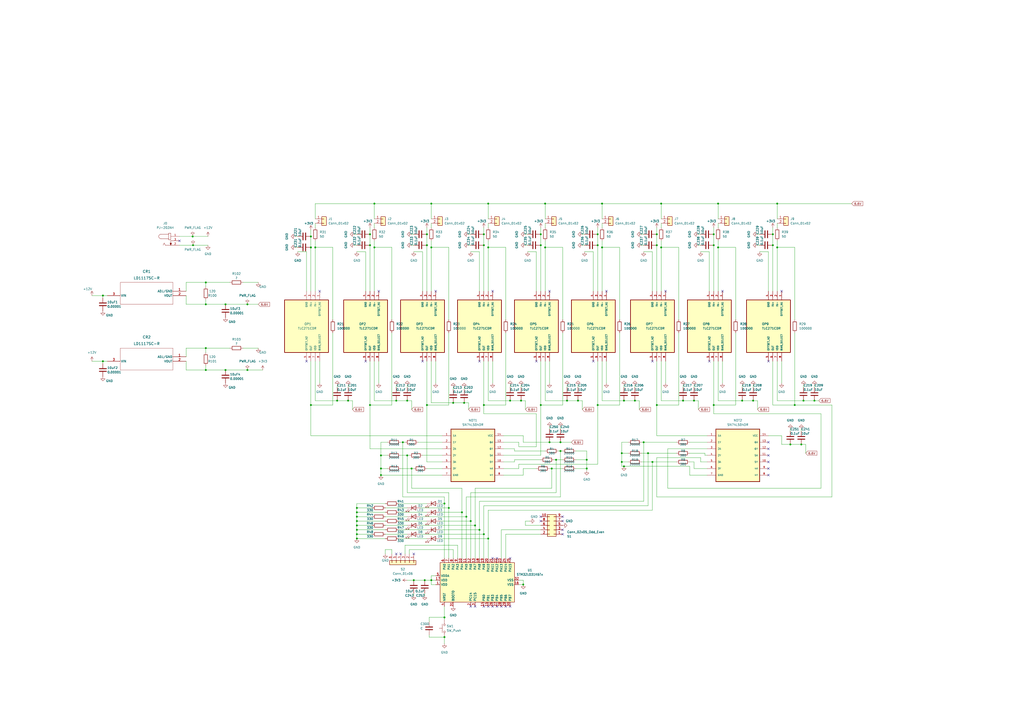
<source format=kicad_sch>
(kicad_sch (version 20211123) (generator eeschema)
  (paper "A2")
  (lib_symbols
    (symbol "Connector_Generic:Conn_01x02" (pin_names (offset 1.016) hide)
      (property "Reference" "J" (at 0 2.54 0))
      (property "Value" "Conn_01x02" (at 0 -5.08 0))
      (symbol "Conn_01x02_1_1"
        (pin passive line (at -5.08 0 0) (length 3.81) (name "Pin_1") (number "1"))
        (pin passive line (at -5.08 -2.54 0) (length 3.81) (name "Pin_2") (number "2"))
      )
    )
    (symbol "Connector_Generic:Conn_01x06" (pin_names (offset 1.016) hide)
      (property "Reference" "J" (at 0 7.62 0))
      (property "Value" "Conn_01x06" (at 0 -10.16 0))
      (symbol "Conn_01x06_1_1"
        (pin passive line (at -5.08 5.08 0) (length 3.81) (name "Pin_1") (number "1"))
        (pin passive line (at -5.08 2.54 0) (length 3.81) (name "Pin_2") (number "2"))
        (pin passive line (at -5.08 0 0) (length 3.81) (name "Pin_3") (number "3"))
        (pin passive line (at -5.08 -2.54 0) (length 3.81) (name "Pin_4") (number "4"))
        (pin passive line (at -5.08 -5.08 0) (length 3.81) (name "Pin_5") (number "5"))
        (pin passive line (at -5.08 -7.62 0) (length 3.81) (name "Pin_6") (number "6"))
      )
    )
    (symbol "Connector_Generic:Conn_02x05_Odd_Even" (pin_names (offset 1.016) hide)
      (property "Reference" "J" (at 1.27 7.62 0))
      (property "Value" "Conn_02x05_Odd_Even" (at 1.27 -7.62 0))
      (symbol "Conn_02x05_Odd_Even_1_1"
        (pin passive line (at -5.08 5.08 0) (length 3.81) (name "Pin_1") (number "1"))
        (pin passive line (at 7.62 -5.08 180) (length 3.81) (name "Pin_10") (number "10"))
        (pin passive line (at 7.62 5.08 180) (length 3.81) (name "Pin_2") (number "2"))
        (pin passive line (at -5.08 2.54 0) (length 3.81) (name "Pin_3") (number "3"))
        (pin passive line (at 7.62 2.54 180) (length 3.81) (name "Pin_4") (number "4"))
        (pin passive line (at -5.08 0 0) (length 3.81) (name "Pin_5") (number "5"))
        (pin passive line (at 7.62 0 180) (length 3.81) (name "Pin_6") (number "6"))
        (pin passive line (at -5.08 -2.54 0) (length 3.81) (name "Pin_7") (number "7"))
        (pin passive line (at 7.62 -2.54 180) (length 3.81) (name "Pin_8") (number "8"))
        (pin passive line (at -5.08 -5.08 0) (length 3.81) (name "Pin_9") (number "9"))
      )
    )
    (symbol "Device:C" (pin_numbers hide) (pin_names (offset 0.254))
      (property "Reference" "C" (at 0.635 2.54 0))
      (property "Value" "C" (at 0.635 -2.54 0))
      (symbol "C_1_1"
        (pin passive line (at 0 3.81 270) (length 2.794) (name "~") (number "1"))
        (pin passive line (at 0 -3.81 90) (length 2.794) (name "~") (number "2"))
      )
    )
    (symbol "Device:LED" (pin_numbers hide) (pin_names (offset 1.016) hide)
      (property "Reference" "D" (at 0 2.54 0))
      (property "Value" "LED" (at 0 -2.54 0))
      (symbol "LED_1_1"
        (pin passive line (at -3.81 0 0) (length 2.54) (name "K") (number "1"))
        (pin passive line (at 3.81 0 180) (length 2.54) (name "A") (number "2"))
      )
    )
    (symbol "Device:R" (pin_numbers hide) (pin_names (offset 0))
      (property "Reference" "R" (at 2.032 0 90))
      (property "Value" "R" (at 0 0 90))
      (symbol "R_1_1"
        (pin passive line (at 0 3.81 270) (length 1.27) (name "~") (number "1"))
        (pin passive line (at 0 -3.81 90) (length 1.27) (name "~") (number "2"))
      )
    )
    (symbol "Digital_Target:LD1117SC-R" (pin_names (offset 0.254))
      (property "Reference" "CR" (at 22.86 10.16 0))
      (property "Value" "LD1117SC-R" (at 22.86 7.62 0))
      (symbol "LD1117SC-R_0_1"
        (pin power_out line (at 0 0 0) (length 7.62) (name "ADJ/GND") (number "1"))
        (pin power_in line (at 0 -2.54 0) (length 7.62) (name "VOUT") (number "2"))
        (pin power_in line (at 45.72 -2.54 180) (length 7.62) (name "VIN") (number "3"))
      )
    )
    (symbol "Digital_Target:PJ-202AH" (pin_names (offset 1.016))
      (property "Reference" "J" (at -7.6202 5.0801 0))
      (property "Value" "PJ-202AH" (at -7.6203 -5.0802 0))
      (symbol "PJ-202AH_0_0"
        (pin passive line (at 5.08 2.54 180) (length 5.08) (name "~") (number "1"))
        (pin passive line (at 5.08 -2.54 180) (length 5.08) (name "~") (number "2"))
        (pin passive line (at 5.08 0 180) (length 5.08) (name "~") (number "3"))
      )
    )
    (symbol "Digital_Target:SN74LS04DR" (pin_names (offset 1.016))
      (property "Reference" "U" (at -12.7 16.24 0))
      (property "Value" "SN74LS04DR" (at -12.7 -19.24 0))
      (symbol "SN74LS04DR_0_0"
        (pin input line (at -17.78 11.43 0) (length 5.08) (name "1A") (number "1"))
        (pin output line (at 17.78 -3.81 180) (length 5.08) (name "5Y") (number "10"))
        (pin input line (at 17.78 0 180) (length 5.08) (name "5A") (number "11"))
        (pin output line (at 17.78 3.81 180) (length 5.08) (name "6Y") (number "12"))
        (pin input line (at 17.78 7.62 180) (length 5.08) (name "6A") (number "13"))
        (pin power_in line (at 17.78 11.43 180) (length 5.08) (name "VCC") (number "14"))
        (pin output line (at -17.78 7.62 0) (length 5.08) (name "1Y") (number "2"))
        (pin input line (at -17.78 3.81 0) (length 5.08) (name "2A") (number "3"))
        (pin output line (at -17.78 0 0) (length 5.08) (name "2Y") (number "4"))
        (pin input line (at -17.78 -3.81 0) (length 5.08) (name "3A") (number "5"))
        (pin output line (at -17.78 -7.62 0) (length 5.08) (name "3Y") (number "6"))
        (pin power_in line (at -17.78 -11.43 0) (length 5.08) (name "GND") (number "7"))
        (pin output line (at 17.78 -11.43 180) (length 5.08) (name "4Y") (number "8"))
        (pin input line (at 17.78 -7.62 180) (length 5.08) (name "4A") (number "9"))
      )
    )
    (symbol "Digital_Target:TLC271CDR" (pin_names (offset 1.016))
      (property "Reference" "U" (at -12.7 -15.24 90))
      (property "Value" "TLC271CDR" (at -5.08 -1.27 0))
      (symbol "TLC271CDR_0_0"
        (pin bidirectional line (at -7.62 -20.32 90) (length 5.08) (name "OFFSET_N1") (number "1"))
        (pin input line (at -5.08 -20.32 90) (length 5.08) (name "IN-") (number "2"))
        (pin input line (at -2.54 -20.32 90) (length 5.08) (name "IN+") (number "3"))
        (pin power_in line (at 0 -20.32 90) (length 5.08) (name "GND") (number "4"))
        (pin bidirectional line (at 0 20.32 270) (length 5.08) (name "OFFSET_N2") (number "5"))
        (pin output line (at -2.54 20.32 270) (length 5.08) (name "OUT") (number "6"))
        (pin power_in line (at -5.08 20.32 270) (length 5.08) (name "VDD") (number "7"))
        (pin input line (at -7.62 20.32 270) (length 5.08) (name "BIAS_SELECT") (number "8"))
      )
    )
    (symbol "MCU_ST_STM32L0:STM32L031K6Tx"
      (property "Reference" "U" (at -12.7 21.59 0))
      (property "Value" "STM32L031K6Tx" (at 5.08 21.59 0))
      (symbol "STM32L031K6Tx_1_1"
        (pin power_in line (at -2.54 22.86 270) (length 2.54) (name "VDD") (number "1"))
        (pin bidirectional line (at 12.7 7.62 180) (length 2.54) (name "PA4") (number "10"))
        (pin bidirectional line (at 12.7 5.08 180) (length 2.54) (name "PA5") (number "11"))
        (pin bidirectional line (at 12.7 2.54 180) (length 2.54) (name "PA6") (number "12"))
        (pin bidirectional line (at 12.7 0 180) (length 2.54) (name "PA7") (number "13"))
        (pin bidirectional line (at -15.24 -5.08 0) (length 2.54) (name "PB0") (number "14"))
        (pin bidirectional line (at -15.24 -7.62 0) (length 2.54) (name "PB1") (number "15"))
        (pin power_in line (at -2.54 -25.4 90) (length 2.54) (name "VSS") (number "16"))
        (pin power_in line (at 0 22.86 270) (length 2.54) (name "VDD") (number "17"))
        (pin bidirectional line (at 12.7 -2.54 180) (length 2.54) (name "PA8") (number "18"))
        (pin bidirectional line (at 12.7 -5.08 180) (length 2.54) (name "PA9") (number "19"))
        (pin bidirectional line (at -15.24 2.54 0) (length 2.54) (name "PC14") (number "2"))
        (pin bidirectional line (at 12.7 -7.62 180) (length 2.54) (name "PA10") (number "20"))
        (pin bidirectional line (at 12.7 -10.16 180) (length 2.54) (name "PA11") (number "21"))
        (pin bidirectional line (at 12.7 -12.7 180) (length 2.54) (name "PA12") (number "22"))
        (pin bidirectional line (at 12.7 -15.24 180) (length 2.54) (name "PA13") (number "23"))
        (pin bidirectional line (at 12.7 -17.78 180) (length 2.54) (name "PA14") (number "24"))
        (pin bidirectional line (at 12.7 -20.32 180) (length 2.54) (name "PA15") (number "25"))
        (pin bidirectional line (at -15.24 -10.16 0) (length 2.54) (name "PB3") (number "26"))
        (pin bidirectional line (at -15.24 -12.7 0) (length 2.54) (name "PB4") (number "27"))
        (pin bidirectional line (at -15.24 -15.24 0) (length 2.54) (name "PB5") (number "28"))
        (pin bidirectional line (at -15.24 -17.78 0) (length 2.54) (name "PB6") (number "29"))
        (pin bidirectional line (at -15.24 0 0) (length 2.54) (name "PC15") (number "3"))
        (pin bidirectional line (at -15.24 -20.32 0) (length 2.54) (name "PB7") (number "30"))
        (pin input line (at -15.24 12.7 0) (length 2.54) (name "BOOT0") (number "31"))
        (pin power_in line (at 0 -25.4 90) (length 2.54) (name "VSS") (number "32"))
        (pin input line (at -15.24 17.78 0) (length 2.54) (name "NRST") (number "4"))
        (pin power_in line (at 2.54 22.86 270) (length 2.54) (name "VDDA") (number "5"))
        (pin bidirectional line (at 12.7 17.78 180) (length 2.54) (name "PA0") (number "6"))
        (pin bidirectional line (at 12.7 15.24 180) (length 2.54) (name "PA1") (number "7"))
        (pin bidirectional line (at 12.7 12.7 180) (length 2.54) (name "PA2") (number "8"))
        (pin bidirectional line (at 12.7 10.16 180) (length 2.54) (name "PA3") (number "9"))
      )
    )
    (symbol "Switch:SW_Push" (pin_numbers hide) (pin_names (offset 1.016) hide)
      (property "Reference" "SW" (at 1.27 2.54 0))
      (property "Value" "SW_Push" (at 0 -1.524 0))
      (symbol "SW_Push_0_1"
        (pin passive line (at -5.08 0 0) (length 2.54) (name "1") (number "1"))
        (pin passive line (at 5.08 0 180) (length 2.54) (name "2") (number "2"))
      )
    )
    (symbol "power:+12V" (power) (pin_names (offset 0))
      (property "Value" "+12V" (at 0 3.556 0))
      (symbol "+12V_1_1"
        (pin power_in line (at 0 0 90) (length 0) hide (name "+12V") (number "1"))
      )
    )
    (symbol "power:+3V3" (power) (pin_names (offset 0))
      (property "Value" "+3V3" (at 0 3.556 0))
      (symbol "+3V3_1_1"
        (pin power_in line (at 0 0 90) (length 0) hide (name "+3V3") (number "1"))
      )
    )
    (symbol "power:GND" (power) (pin_names (offset 0))
      (property "Value" "GND" (at 0 -3.81 0))
      (symbol "GND_1_1"
        (pin power_in line (at 0 0 270) (length 0) hide (name "GND") (number "1"))
      )
    )
    (symbol "power:PWR_FLAG" (power) (pin_numbers hide) (pin_names (offset 0) hide)
      (property "Value" "PWR_FLAG" (at 0 3.81 0))
      (symbol "PWR_FLAG_0_0"
        (pin power_out line (at 0 0 90) (length 0) (name "pwr") (number "1"))
      )
    )
  )
  (junction (at 207.01 304.8))
  (junction (at 328.93 232.41))
  (junction (at 361.95 232.41))
  (junction (at 430.53 232.41))
  (junction (at 375.92 262.89))
  (junction (at 335.28 232.41))
  (junction (at 257.81 369.57))
  (junction (at 325.12 256.54))
  (junction (at 360.68 267.97))
  (junction (at 361.95 270.51))
  (junction (at 214.63 142.24))
  (junction (at 340.36 266.7))
  (junction (at 283.21 143.51))
  (junction (at 217.17 118.11))
  (junction (at 416.56 118.11))
  (junction (at 360.68 262.89))
  (junction (at 283.21 312.42))
  (junction (at 111.76 137.16))
  (junction (at 278.13 307.34))
  (junction (at 233.68 256.54))
  (junction (at 220.98 264.16))
  (junction (at 250.19 143.51))
  (junction (at 414.02 135.89))
  (junction (at 320.04 271.78))
  (junction (at 461.01 234.95))
  (junction (at 236.22 232.41))
  (junction (at 316.23 143.51))
  (junction (at 436.88 232.41))
  (junction (at 340.36 271.78))
  (junction (at 217.17 143.51))
  (junction (at 247.65 142.24))
  (junction (at 257.81 358.14))
  (junction (at 207.01 302.26))
  (junction (at 448.31 135.89))
  (junction (at 246.38 336.55))
  (junction (at 313.69 142.24))
  (junction (at 346.71 234.95))
  (junction (at 238.76 271.78))
  (junction (at 295.91 232.41))
  (junction (at 270.51 299.72))
  (junction (at 448.31 142.24))
  (junction (at 240.03 336.55))
  (junction (at 273.05 302.26))
  (junction (at 59.69 171.45))
  (junction (at 313.69 234.95))
  (junction (at 325.12 261.62))
  (junction (at 378.46 267.97))
  (junction (at 450.85 118.11))
  (junction (at 207.01 294.64))
  (junction (at 180.34 234.95))
  (junction (at 182.88 143.51))
  (junction (at 316.23 118.11))
  (junction (at 313.69 135.89))
  (junction (at 130.81 214.63))
  (junction (at 414.02 142.24))
  (junction (at 214.63 135.89))
  (junction (at 466.09 232.41))
  (junction (at 267.97 297.18))
  (junction (at 250.19 118.11))
  (junction (at 280.67 309.88))
  (junction (at 119.38 214.63))
  (junction (at 119.38 163.83))
  (junction (at 119.38 176.53))
  (junction (at 416.56 143.51))
  (junction (at 302.26 232.41))
  (junction (at 450.85 143.51))
  (junction (at 383.54 143.51))
  (junction (at 349.25 118.11))
  (junction (at 269.24 233.68))
  (junction (at 207.01 297.18))
  (junction (at 262.89 233.68))
  (junction (at 220.98 271.78))
  (junction (at 207.01 309.88))
  (junction (at 220.98 275.59))
  (junction (at 280.67 234.95))
  (junction (at 464.82 257.81))
  (junction (at 207.01 307.34))
  (junction (at 283.21 118.11))
  (junction (at 201.93 232.41))
  (junction (at 346.71 135.89))
  (junction (at 180.34 143.51))
  (junction (at 250.19 336.55))
  (junction (at 396.24 232.41))
  (junction (at 414.02 234.95))
  (junction (at 280.67 135.89))
  (junction (at 383.54 118.11))
  (junction (at 260.35 294.64))
  (junction (at 247.65 135.89))
  (junction (at 195.58 232.41))
  (junction (at 275.59 304.8))
  (junction (at 280.67 142.24))
  (junction (at 381 142.24))
  (junction (at 247.65 234.95))
  (junction (at 207.01 299.72))
  (junction (at 130.81 176.53))
  (junction (at 303.53 339.09))
  (junction (at 318.77 256.54))
  (junction (at 229.87 232.41))
  (junction (at 458.47 257.81))
  (junction (at 381 234.95))
  (junction (at 180.34 137.16))
  (junction (at 373.38 256.54))
  (junction (at 59.69 209.55))
  (junction (at 119.38 201.93))
  (junction (at 368.3 232.41))
  (junction (at 143.51 176.53))
  (junction (at 236.22 264.16))
  (junction (at 349.25 143.51))
  (junction (at 143.51 214.63))
  (junction (at 214.63 234.95))
  (junction (at 322.58 266.7))
  (junction (at 472.44 232.41))
  (junction (at 402.59 232.41))
  (junction (at 381 135.89))
  (junction (at 257.81 292.1))
  (junction (at 111.9796 142.24))
  (junction (at 346.71 142.24))
  (junction (at 207.01 312.42))
  (no_connect (at 290.83 351.79))
  (no_connect (at 295.91 351.79))
  (no_connect (at 293.37 351.79))
  (no_connect (at 295.91 323.85))
  (no_connect (at 285.75 323.85))
  (no_connect (at 288.29 323.85))
  (no_connect (at 326.39 299.72))
  (no_connect (at 326.39 302.26))
  (no_connect (at 313.69 302.26))
  (no_connect (at 313.69 299.72))
  (no_connect (at 326.39 307.34))
  (no_connect (at 326.39 309.88))
  (no_connect (at 104.14 139.7))
  (no_connect (at 445.77 264.16))
  (no_connect (at 445.77 267.97))
  (no_connect (at 445.77 271.78))
  (no_connect (at 445.77 275.59))
  (no_connect (at 445.77 260.35))
  (no_connect (at 445.77 256.54))
  (no_connect (at 232.41 321.31))
  (no_connect (at 240.03 321.31))
  (no_connect (at 229.87 321.31))
  (no_connect (at 288.29 351.79))
  (no_connect (at 285.75 351.79))
  (no_connect (at 273.05 351.79))
  (no_connect (at 275.59 351.79))
  (no_connect (at 283.21 351.79))
  (no_connect (at 280.67 351.79))
  (no_connect (at 453.39 168.91))
  (no_connect (at 445.77 209.55))
  (no_connect (at 177.8 209.55))
  (no_connect (at 212.09 209.55))
  (no_connect (at 185.42 168.91))
  (no_connect (at 245.11 209.55))
  (no_connect (at 252.73 168.91))
  (no_connect (at 278.13 209.55))
  (no_connect (at 219.71 168.91))
  (no_connect (at 419.1 168.91))
  (no_connect (at 411.48 209.55))
  (no_connect (at 386.08 168.91))
  (no_connect (at 351.79 168.91))
  (no_connect (at 378.46 209.55))
  (no_connect (at 285.75 168.91))
  (no_connect (at 318.77 168.91))
  (no_connect (at 344.17 209.55))
  (no_connect (at 311.15 209.55))
  (wire (pts (xy 351.79 209.55) (xy 351.79 222.25)))
  (wire (pts (xy 372.11 135.89) (xy 373.38 135.89)))
  (wire (pts (xy 416.56 232.41) (xy 430.53 232.41)))
  (wire (pts (xy 383.54 118.11) (xy 383.54 127)))
  (wire (pts (xy 260.35 185.42) (xy 260.35 143.51)))
  (wire (pts (xy 448.31 209.55) (xy 448.31 234.95)))
  (wire (pts (xy 262.89 224.79) (xy 262.89 226.06)))
  (wire (pts (xy 334.01 271.78) (xy 340.36 271.78)))
  (wire (pts (xy 448.31 142.24) (xy 448.31 135.89)))
  (wire (pts (xy 271.78 135.89) (xy 273.05 135.89)))
  (wire (pts (xy 231.14 312.42) (xy 247.65 312.42)))
  (wire (pts (xy 430.53 223.52) (xy 430.53 224.79)))
  (wire (pts (xy 119.38 163.83) (xy 133.35 163.83)))
  (wire (pts (xy 257.81 292.1) (xy 257.81 323.85)))
  (wire (pts (xy 318.77 209.55) (xy 318.77 222.25)))
  (wire (pts (xy 223.52 318.77) (xy 223.52 321.31)))
  (wire (pts (xy 217.17 118.11) (xy 217.17 127)))
  (wire (pts (xy 248.92 360.68) (xy 248.92 358.14)))
  (wire (pts (xy 273.05 285.75) (xy 273.05 302.26)))
  (wire (pts (xy 256.54 260.35) (xy 214.63 260.35)))
  (wire (pts (xy 180.34 209.55) (xy 180.34 234.95)))
  (wire (pts (xy 201.93 232.41) (xy 204.47 232.41)))
  (wire (pts (xy 360.68 262.89) (xy 364.49 262.89)))
  (wire (pts (xy 238.76 271.78) (xy 238.76 283.21)))
  (wire (pts (xy 207.01 297.18) (xy 223.52 297.18)))
  (wire (pts (xy 414.02 132.08) (xy 414.02 135.89)))
  (wire (pts (xy 316.23 143.51) (xy 316.23 168.91)))
  (wire (pts (xy 207.01 302.26) (xy 223.52 302.26)))
  (wire (pts (xy 298.45 261.62) (xy 298.45 260.35)))
  (wire (pts (xy 402.59 232.41) (xy 405.13 232.41)))
  (wire (pts (xy 107.95 214.63) (xy 119.38 214.63)))
  (wire (pts (xy 275.59 283.21) (xy 275.59 304.8)))
  (wire (pts (xy 292.1 275.59) (xy 303.53 275.59)))
  (wire (pts (xy 242.57 256.54) (xy 256.54 256.54)))
  (wire (pts (xy 302.26 232.41) (xy 304.8 232.41)))
  (wire (pts (xy 316.23 209.55) (xy 316.23 232.41)))
  (wire (pts (xy 328.93 232.41) (xy 335.28 232.41)))
  (wire (pts (xy 232.41 264.16) (xy 236.22 264.16)))
  (wire (pts (xy 464.82 257.81) (xy 467.36 257.81)))
  (wire (pts (xy 373.38 290.83) (xy 278.13 290.83)))
  (wire (pts (xy 340.36 261.62) (xy 340.36 266.7)))
  (wire (pts (xy 359.41 234.95) (xy 346.71 234.95)))
  (wire (pts (xy 368.3 223.52) (xy 368.3 224.79)))
  (wire (pts (xy 255.27 292.1) (xy 257.81 292.1)))
  (wire (pts (xy 461.01 234.95) (xy 482.6 234.95)))
  (wire (pts (xy 313.69 234.95) (xy 313.69 264.16)))
  (wire (pts (xy 227.33 234.95) (xy 214.63 234.95)))
  (wire (pts (xy 298.45 266.7) (xy 298.45 267.97)))
  (wire (pts (xy 313.69 135.89) (xy 313.69 142.24)))
  (wire (pts (xy 257.81 288.29) (xy 257.81 292.1)))
  (wire (pts (xy 119.38 214.63) (xy 130.81 214.63)))
  (wire (pts (xy 450.85 232.41) (xy 466.09 232.41)))
  (wire (pts (xy 386.08 209.55) (xy 386.08 222.25)))
  (wire (pts (xy 416.56 118.11) (xy 416.56 127)))
  (wire (pts (xy 400.05 270.51) (xy 400.05 275.59)))
  (wire (pts (xy 180.34 143.51) (xy 180.34 168.91)))
  (wire (pts (xy 300.99 269.24) (xy 300.99 271.78)))
  (wire (pts (xy 217.17 118.11) (xy 182.88 118.11)))
  (wire (pts (xy 448.31 132.08) (xy 448.31 135.89)))
  (wire (pts (xy 313.69 142.24) (xy 313.69 168.91)))
  (wire (pts (xy 270.51 299.72) (xy 270.51 323.85)))
  (wire (pts (xy 402.59 223.52) (xy 402.59 224.79)))
  (wire (pts (xy 182.88 139.7) (xy 182.88 143.51)))
  (wire (pts (xy 387.35 260.35) (xy 387.35 283.21)))
  (wire (pts (xy 320.04 283.21) (xy 275.59 283.21)))
  (wire (pts (xy 303.53 252.73) (xy 292.1 252.73)))
  (wire (pts (xy 316.23 118.11) (xy 283.21 118.11)))
  (wire (pts (xy 326.39 193.04) (xy 326.39 234.95)))
  (wire (pts (xy 243.84 304.8) (xy 275.59 304.8)))
  (wire (pts (xy 368.3 232.41) (xy 370.84 232.41)))
  (wire (pts (xy 476.25 240.03) (xy 476.25 283.21)))
  (wire (pts (xy 393.7 193.04) (xy 393.7 234.95)))
  (wire (pts (xy 396.24 223.52) (xy 396.24 224.79)))
  (wire (pts (xy 171.45 137.16) (xy 172.72 137.16)))
  (wire (pts (xy 273.05 302.26) (xy 273.05 323.85)))
  (wire (pts (xy 250.19 334.01) (xy 250.19 336.55)))
  (wire (pts (xy 293.37 234.95) (xy 280.67 234.95)))
  (wire (pts (xy 300.99 259.08) (xy 300.99 256.54)))
  (wire (pts (xy 359.41 185.42) (xy 359.41 143.51)))
  (wire (pts (xy 140.97 163.83) (xy 149.86 163.83)))
  (wire (pts (xy 53.34 171.45) (xy 59.69 171.45)))
  (wire (pts (xy 172.72 146.05) (xy 177.8 146.05)))
  (wire (pts (xy 250.19 118.11) (xy 250.19 127)))
  (wire (pts (xy 278.13 307.34) (xy 278.13 323.85)))
  (wire (pts (xy 257.81 358.14) (xy 257.81 359.41)))
  (wire (pts (xy 252.73 209.55) (xy 252.73 222.25)))
  (wire (pts (xy 260.35 285.75) (xy 260.35 294.64)))
  (wire (pts (xy 316.23 129.54) (xy 316.23 132.08)))
  (wire (pts (xy 321.31 266.7) (xy 322.58 266.7)))
  (wire (pts (xy 360.68 262.89) (xy 360.68 267.97)))
  (wire (pts (xy 227.33 318.77) (xy 223.52 318.77)))
  (wire (pts (xy 322.58 266.7) (xy 326.39 266.7)))
  (wire (pts (xy 304.8 142.24) (xy 306.07 142.24)))
  (wire (pts (xy 267.97 283.21) (xy 267.97 297.18)))
  (wire (pts (xy 193.04 234.95) (xy 180.34 234.95)))
  (wire (pts (xy 453.39 252.73) (xy 445.77 252.73)))
  (wire (pts (xy 214.63 135.89) (xy 214.63 142.24)))
  (wire (pts (xy 280.67 209.55) (xy 280.67 234.95)))
  (wire (pts (xy 381 209.55) (xy 381 234.95)))
  (wire (pts (xy 494.03 118.11) (xy 450.85 118.11)))
  (wire (pts (xy 322.58 285.75) (xy 273.05 285.75)))
  (wire (pts (xy 119.38 201.93) (xy 119.38 204.47)))
  (wire (pts (xy 252.73 339.09) (xy 250.19 339.09)))
  (wire (pts (xy 177.8 146.05) (xy 177.8 168.91)))
  (wire (pts (xy 313.69 304.8) (xy 304.8 304.8)))
  (wire (pts (xy 238.76 283.21) (xy 267.97 283.21)))
  (wire (pts (xy 265.43 316.23) (xy 234.95 316.23)))
  (wire (pts (xy 339.09 146.05) (xy 344.17 146.05)))
  (wire (pts (xy 426.72 234.95) (xy 414.02 234.95)))
  (wire (pts (xy 300.99 339.09) (xy 303.53 339.09)))
  (wire (pts (xy 416.56 143.51) (xy 416.56 168.91)))
  (wire (pts (xy 375.92 262.89) (xy 392.43 262.89)))
  (wire (pts (xy 322.58 266.7) (xy 322.58 285.75)))
  (wire (pts (xy 243.84 294.64) (xy 260.35 294.64)))
  (wire (pts (xy 298.45 266.7) (xy 313.69 266.7)))
  (wire (pts (xy 207.01 307.34) (xy 207.01 309.88)))
  (wire (pts (xy 283.21 232.41) (xy 295.91 232.41)))
  (wire (pts (xy 214.63 132.08) (xy 214.63 135.89)))
  (wire (pts (xy 231.14 297.18) (xy 247.65 297.18)))
  (wire (pts (xy 271.78 233.68) (xy 271.78 237.49)))
  (wire (pts (xy 119.38 201.93) (xy 133.35 201.93)))
  (wire (pts (xy 207.01 294.64) (xy 215.9 294.64)))
  (wire (pts (xy 378.46 267.97) (xy 392.43 267.97)))
  (wire (pts (xy 250.19 233.68) (xy 262.89 233.68)))
  (wire (pts (xy 430.53 232.41) (xy 436.88 232.41)))
  (wire (pts (xy 293.37 143.51) (xy 283.21 143.51)))
  (wire (pts (xy 300.99 271.78) (xy 292.1 271.78)))
  (wire (pts (xy 255.27 302.26) (xy 273.05 302.26)))
  (wire (pts (xy 400.05 275.59) (xy 410.21 275.59)))
  (wire (pts (xy 255.27 307.34) (xy 278.13 307.34)))
  (wire (pts (xy 393.7 185.42) (xy 393.7 143.51)))
  (wire (pts (xy 227.33 193.04) (xy 227.33 234.95)))
  (wire (pts (xy 262.89 233.68) (xy 269.24 233.68)))
  (wire (pts (xy 387.35 260.35) (xy 410.21 260.35)))
  (wire (pts (xy 283.21 312.42) (xy 283.21 323.85)))
  (wire (pts (xy 256.54 252.73) (xy 180.34 252.73)))
  (wire (pts (xy 405.13 142.24) (xy 406.4 142.24)))
  (wire (pts (xy 236.22 285.75) (xy 260.35 285.75)))
  (wire (pts (xy 482.6 288.29) (xy 381 288.29)))
  (wire (pts (xy 349.25 209.55) (xy 349.25 232.41)))
  (wire (pts (xy 293.37 185.42) (xy 293.37 143.51)))
  (wire (pts (xy 393.7 234.95) (xy 381 234.95)))
  (wire (pts (xy 180.34 252.73) (xy 180.34 234.95)))
  (wire (pts (xy 271.78 142.24) (xy 273.05 142.24)))
  (wire (pts (xy 461.01 193.04) (xy 461.01 234.95)))
  (wire (pts (xy 375.92 293.37) (xy 280.67 293.37)))
  (wire (pts (xy 450.85 118.11) (xy 416.56 118.11)))
  (wire (pts (xy 140.97 201.93) (xy 149.86 201.93)))
  (wire (pts (xy 436.88 223.52) (xy 436.88 224.79)))
  (wire (pts (xy 472.44 223.52) (xy 472.44 224.79)))
  (wire (pts (xy 278.13 290.83) (xy 278.13 307.34)))
  (wire (pts (xy 405.13 232.41) (xy 405.13 237.49)))
  (wire (pts (xy 231.14 307.34) (xy 247.65 307.34)))
  (wire (pts (xy 195.58 223.52) (xy 195.58 224.79)))
  (wire (pts (xy 453.39 257.81) (xy 458.47 257.81)))
  (wire (pts (xy 236.22 232.41) (xy 238.76 232.41)))
  (wire (pts (xy 476.25 283.21) (xy 387.35 283.21)))
  (wire (pts (xy 381 252.73) (xy 410.21 252.73)))
  (wire (pts (xy 320.04 271.78) (xy 326.39 271.78)))
  (wire (pts (xy 361.95 232.41) (xy 368.3 232.41)))
  (wire (pts (xy 426.72 185.42) (xy 426.72 143.51)))
  (wire (pts (xy 325.12 247.65) (xy 325.12 248.92)))
  (wire (pts (xy 439.42 135.89) (xy 440.69 135.89)))
  (wire (pts (xy 323.85 261.62) (xy 325.12 261.62)))
  (wire (pts (xy 466.09 223.52) (xy 466.09 224.79)))
  (wire (pts (xy 349.25 118.11) (xy 349.25 127)))
  (wire (pts (xy 171.45 143.51) (xy 172.72 143.51)))
  (wire (pts (xy 373.38 256.54) (xy 373.38 290.83)))
  (wire (pts (xy 119.38 176.53) (xy 130.81 176.53)))
  (wire (pts (xy 304.8 302.26) (xy 307.34 302.26)))
  (wire (pts (xy 219.71 209.55) (xy 219.71 222.25)))
  (wire (pts (xy 217.17 139.7) (xy 217.17 143.51)))
  (wire (pts (xy 360.68 256.54) (xy 360.68 262.89)))
  (wire (pts (xy 260.35 234.95) (xy 247.65 234.95)))
  (wire (pts (xy 306.07 146.05) (xy 311.15 146.05)))
  (wire (pts (xy 300.99 256.54) (xy 292.1 256.54)))
  (wire (pts (xy 285.75 209.55) (xy 285.75 222.25)))
  (wire (pts (xy 414.02 209.55) (xy 414.02 234.95)))
  (wire (pts (xy 233.68 288.29) (xy 257.81 288.29)))
  (wire (pts (xy 238.76 135.89) (xy 240.03 135.89)))
  (wire (pts (xy 318.77 271.78) (xy 320.04 271.78)))
  (wire (pts (xy 182.88 209.55) (xy 182.88 232.41)))
  (wire (pts (xy 250.19 118.11) (xy 217.17 118.11)))
  (wire (pts (xy 381 265.43) (xy 406.4 265.43)))
  (wire (pts (xy 207.01 307.34) (xy 223.52 307.34)))
  (wire (pts (xy 255.27 297.18) (xy 267.97 297.18)))
  (wire (pts (xy 318.77 247.65) (xy 318.77 248.92)))
  (wire (pts (xy 247.65 142.24) (xy 247.65 168.91)))
  (wire (pts (xy 245.11 146.05) (xy 245.11 168.91)))
  (wire (pts (xy 269.24 224.79) (xy 269.24 226.06)))
  (wire (pts (xy 402.59 271.78) (xy 410.21 271.78)))
  (wire (pts (xy 396.24 232.41) (xy 402.59 232.41)))
  (wire (pts (xy 262.89 318.77) (xy 237.49 318.77)))
  (wire (pts (xy 370.84 232.41) (xy 370.84 237.49)))
  (wire (pts (xy 207.01 297.18) (xy 207.01 299.72)))
  (wire (pts (xy 193.04 143.51) (xy 182.88 143.51)))
  (wire (pts (xy 252.73 334.01) (xy 250.19 334.01)))
  (wire (pts (xy 205.74 135.89) (xy 207.01 135.89)))
  (wire (pts (xy 275.59 304.8) (xy 275.59 323.85)))
  (wire (pts (xy 59.69 209.55) (xy 62.23 209.55)))
  (wire (pts (xy 349.25 129.54) (xy 349.25 132.08)))
  (wire (pts (xy 300.99 336.55) (xy 303.53 336.55)))
  (wire (pts (xy 185.42 209.55) (xy 185.42 222.25)))
  (wire (pts (xy 207.01 309.88) (xy 215.9 309.88)))
  (wire (pts (xy 326.39 234.95) (xy 313.69 234.95)))
  (wire (pts (xy 346.71 142.24) (xy 346.71 135.89)))
  (wire (pts (xy 267.97 297.18) (xy 267.97 323.85)))
  (wire (pts (xy 316.23 118.11) (xy 316.23 127)))
  (wire (pts (xy 337.82 135.89) (xy 339.09 135.89)))
  (wire (pts (xy 119.38 212.09) (xy 119.38 214.63)))
  (wire (pts (xy 383.54 139.7) (xy 383.54 143.51)))
  (wire (pts (xy 220.98 264.16) (xy 220.98 271.78)))
  (wire (pts (xy 207.01 309.88) (xy 207.01 312.42)))
  (wire (pts (xy 227.33 185.42) (xy 227.33 143.51)))
  (wire (pts (xy 182.88 143.51) (xy 182.88 168.91)))
  (wire (pts (xy 304.8 304.8) (xy 304.8 302.26)))
  (wire (pts (xy 260.35 294.64) (xy 260.35 323.85)))
  (wire (pts (xy 298.45 267.97) (xy 292.1 267.97)))
  (wire (pts (xy 381 234.95) (xy 381 252.73)))
  (wire (pts (xy 107.95 209.55) (xy 107.95 214.63)))
  (wire (pts (xy 414.02 240.03) (xy 476.25 240.03)))
  (wire (pts (xy 240.03 345.44) (xy 240.03 344.17)))
  (wire (pts (xy 482.6 234.95) (xy 482.6 288.29)))
  (wire (pts (xy 408.94 262.89) (xy 408.94 264.16)))
  (wire (pts (xy 280.67 135.89) (xy 280.67 142.24)))
  (wire (pts (xy 453.39 257.81) (xy 453.39 252.73)))
  (wire (pts (xy 257.81 369.57) (xy 257.81 373.38)))
  (wire (pts (xy 466.09 232.41) (xy 472.44 232.41)))
  (wire (pts (xy 207.01 299.72) (xy 215.9 299.72)))
  (wire (pts (xy 325.12 261.62) (xy 325.12 288.29)))
  (wire (pts (xy 217.17 232.41) (xy 229.87 232.41)))
  (wire (pts (xy 383.54 143.51) (xy 383.54 168.91)))
  (wire (pts (xy 229.87 232.41) (xy 236.22 232.41)))
  (wire (pts (xy 349.25 232.41) (xy 361.95 232.41)))
  (wire (pts (xy 316.23 139.7) (xy 316.23 143.51)))
  (wire (pts (xy 445.77 146.05) (xy 445.77 168.91)))
  (wire (pts (xy 349.25 118.11) (xy 316.23 118.11)))
  (wire (pts (xy 195.58 232.41) (xy 201.93 232.41)))
  (wire (pts (xy 450.85 129.54) (xy 450.85 132.08)))
  (wire (pts (xy 130.81 176.53) (xy 143.51 176.53)))
  (wire (pts (xy 180.34 133.35) (xy 180.34 137.16)))
  (wire (pts (xy 233.68 256.54) (xy 234.95 256.54)))
  (wire (pts (xy 207.01 146.05) (xy 212.09 146.05)))
  (wire (pts (xy 334.01 261.62) (xy 340.36 261.62)))
  (wire (pts (xy 344.17 146.05) (xy 344.17 168.91)))
  (wire (pts (xy 290.83 323.85) (xy 290.83 307.34)))
  (wire (pts (xy 260.35 193.04) (xy 260.35 234.95)))
  (wire (pts (xy 467.36 257.81) (xy 467.36 262.89)))
  (wire (pts (xy 383.54 232.41) (xy 396.24 232.41)))
  (wire (pts (xy 325.12 256.54) (xy 331.47 256.54)))
  (wire (pts (xy 227.33 143.51) (xy 217.17 143.51)))
  (wire (pts (xy 247.65 209.55) (xy 247.65 234.95)))
  (wire (pts (xy 373.38 256.54) (xy 392.43 256.54)))
  (wire (pts (xy 245.11 264.16) (xy 256.54 264.16)))
  (wire (pts (xy 303.53 271.78) (xy 303.53 275.59)))
  (wire (pts (xy 419.1 209.55) (xy 419.1 222.25)))
  (wire (pts (xy 232.41 256.54) (xy 233.68 256.54)))
  (wire (pts (xy 207.01 292.1) (xy 207.01 294.64)))
  (wire (pts (xy 304.8 135.89) (xy 306.07 135.89)))
  (wire (pts (xy 212.09 146.05) (xy 212.09 168.91)))
  (wire (pts (xy 207.01 312.42) (xy 223.52 312.42)))
  (wire (pts (xy 298.45 261.62) (xy 316.23 261.62)))
  (wire (pts (xy 107.95 201.93) (xy 119.38 201.93)))
  (wire (pts (xy 247.65 142.24) (xy 247.65 135.89)))
  (wire (pts (xy 280.67 240.03) (xy 311.15 240.03)))
  (wire (pts (xy 227.33 321.31) (xy 227.33 318.77)))
  (wire (pts (xy 381 288.29) (xy 381 265.43)))
  (wire (pts (xy 406.4 146.05) (xy 411.48 146.05)))
  (wire (pts (xy 295.91 223.52) (xy 295.91 224.79)))
  (wire (pts (xy 328.93 223.52) (xy 328.93 224.79)))
  (wire (pts (xy 223.52 304.8) (xy 236.22 304.8)))
  (wire (pts (xy 248.92 358.14) (xy 257.81 358.14)))
  (wire (pts (xy 436.88 232.41) (xy 439.42 232.41)))
  (wire (pts (xy 346.71 234.95) (xy 346.71 269.24)))
  (wire (pts (xy 243.84 309.88) (xy 280.67 309.88)))
  (wire (pts (xy 300.99 259.08) (xy 311.15 259.08)))
  (wire (pts (xy 247.65 267.97) (xy 247.65 234.95)))
  (wire (pts (xy 426.72 143.51) (xy 416.56 143.51)))
  (wire (pts (xy 293.37 323.85) (xy 293.37 309.88)))
  (wire (pts (xy 359.41 193.04) (xy 359.41 234.95)))
  (wire (pts (xy 461.01 185.42) (xy 461.01 143.51)))
  (wire (pts (xy 280.67 132.08) (xy 280.67 135.89)))
  (wire (pts (xy 220.98 256.54) (xy 220.98 264.16)))
  (wire (pts (xy 378.46 295.91) (xy 283.21 295.91)))
  (wire (pts (xy 207.01 304.8) (xy 215.9 304.8)))
  (wire (pts (xy 450.85 143.51) (xy 450.85 168.91)))
  (wire (pts (xy 393.7 143.51) (xy 383.54 143.51)))
  (wire (pts (xy 381 142.24) (xy 381 135.89)))
  (wire (pts (xy 372.11 256.54) (xy 373.38 256.54)))
  (wire (pts (xy 119.38 173.99) (xy 119.38 176.53)))
  (wire (pts (xy 231.14 302.26) (xy 247.65 302.26)))
  (wire (pts (xy 180.34 143.51) (xy 180.34 137.16)))
  (wire (pts (xy 402.59 267.97) (xy 402.59 271.78)))
  (wire (pts (xy 303.53 256.54) (xy 303.53 252.73)))
  (wire (pts (xy 346.71 132.08) (xy 346.71 135.89)))
  (wire (pts (xy 205.74 142.24) (xy 207.01 142.24)))
  (wire (pts (xy 450.85 209.55) (xy 450.85 232.41)))
  (wire (pts (xy 293.37 193.04) (xy 293.37 234.95)))
  (wire (pts (xy 361.95 270.51) (xy 400.05 270.51)))
  (wire (pts (xy 236.22 223.52) (xy 236.22 224.79)))
  (wire (pts (xy 414.02 142.24) (xy 414.02 168.91)))
  (wire (pts (xy 326.39 143.51) (xy 316.23 143.51)))
  (wire (pts (xy 262.89 323.85) (xy 262.89 318.77)))
  (wire (pts (xy 214.63 142.24) (xy 214.63 168.91)))
  (wire (pts (xy 414.02 135.89) (xy 414.02 142.24)))
  (wire (pts (xy 193.04 193.04) (xy 193.04 234.95)))
  (wire (pts (xy 349.25 143.51) (xy 359.41 143.51)))
  (wire (pts (xy 247.65 271.78) (xy 256.54 271.78)))
  (wire (pts (xy 378.46 146.05) (xy 378.46 168.91)))
  (wire (pts (xy 283.21 209.55) (xy 283.21 232.41)))
  (wire (pts (xy 246.38 336.55) (xy 240.03 336.55)))
  (wire (pts (xy 182.88 118.11) (xy 182.88 127)))
  (wire (pts (xy 458.47 257.81) (xy 464.82 257.81)))
  (wire (pts (xy 295.91 232.41) (xy 302.26 232.41)))
  (wire (pts (xy 373.38 146.05) (xy 378.46 146.05)))
  (wire (pts (xy 238.76 142.24) (xy 240.03 142.24)))
  (wire (pts (xy 316.23 232.41) (xy 328.93 232.41)))
  (wire (pts (xy 293.37 309.88) (xy 313.69 309.88)))
  (wire (pts (xy 334.01 266.7) (xy 340.36 266.7)))
  (wire (pts (xy 59.69 209.55) (xy 59.69 210.82)))
  (wire (pts (xy 408.94 264.16) (xy 410.21 264.16)))
  (wire (pts (xy 269.24 233.68) (xy 271.78 233.68)))
  (wire (pts (xy 232.41 271.78) (xy 238.76 271.78)))
  (wire (pts (xy 201.93 223.52) (xy 201.93 224.79)))
  (wire (pts (xy 450.85 139.7) (xy 450.85 143.51)))
  (wire (pts (xy 280.67 309.88) (xy 280.67 323.85)))
  (wire (pts (xy 313.69 132.08) (xy 313.69 135.89)))
  (wire (pts (xy 111.9796 142.24) (xy 104.14 142.24)))
  (wire (pts (xy 311.15 146.05) (xy 311.15 168.91)))
  (wire (pts (xy 335.28 232.41) (xy 337.82 232.41)))
  (wire (pts (xy 303.53 256.54) (xy 318.77 256.54)))
  (wire (pts (xy 320.04 271.78) (xy 320.04 283.21)))
  (wire (pts (xy 246.38 345.44) (xy 246.38 344.17)))
  (wire (pts (xy 220.98 271.78) (xy 224.79 271.78)))
  (wire (pts (xy 280.67 293.37) (xy 280.67 309.88)))
  (wire (pts (xy 257.81 351.79) (xy 257.81 358.14)))
  (wire (pts (xy 304.8 232.41) (xy 304.8 237.49)))
  (wire (pts (xy 236.22 264.16) (xy 236.22 285.75)))
  (wire (pts (xy 349.25 139.7) (xy 349.25 143.51)))
  (wire (pts (xy 214.63 209.55) (xy 214.63 234.95)))
  (wire (pts (xy 207.01 302.26) (xy 207.01 304.8)))
  (wire (pts (xy 220.98 271.78) (xy 220.98 275.59)))
  (wire (pts (xy 311.15 271.78) (xy 303.53 271.78)))
  (wire (pts (xy 283.21 139.7) (xy 283.21 143.51)))
  (wire (pts (xy 375.92 262.89) (xy 375.92 293.37)))
  (wire (pts (xy 448.31 234.95) (xy 461.01 234.95)))
  (wire (pts (xy 311.15 240.03) (xy 311.15 259.08)))
  (wire (pts (xy 448.31 142.24) (xy 448.31 168.91)))
  (wire (pts (xy 340.36 271.78) (xy 340.36 273.05)))
  (wire (pts (xy 458.47 248.92) (xy 458.47 250.19)))
  (wire (pts (xy 372.11 142.24) (xy 373.38 142.24)))
  (wire (pts (xy 283.21 129.54) (xy 283.21 132.08)))
  (wire (pts (xy 472.44 232.41) (xy 474.98 232.41)))
  (wire (pts (xy 300.99 269.24) (xy 346.71 269.24)))
  (wire (pts (xy 335.28 223.52) (xy 335.28 224.79)))
  (wire (pts (xy 416.56 139.7) (xy 416.56 143.51)))
  (wire (pts (xy 278.13 146.05) (xy 278.13 168.91)))
  (wire (pts (xy 280.67 142.24) (xy 280.67 168.91)))
  (wire (pts (xy 217.17 143.51) (xy 217.17 168.91)))
  (wire (pts (xy 107.95 168.91) (xy 107.95 163.83)))
  (wire (pts (xy 236.22 336.55) (xy 240.03 336.55)))
  (wire (pts (xy 372.11 267.97) (xy 378.46 267.97)))
  (wire (pts (xy 207.01 299.72) (xy 207.01 302.26)))
  (wire (pts (xy 461.01 143.51) (xy 450.85 143.51)))
  (wire (pts (xy 111.76 137.16) (xy 120.65 137.16)))
  (wire (pts (xy 383.54 209.55) (xy 383.54 232.41)))
  (wire (pts (xy 246.38 336.55) (xy 250.19 336.55)))
  (wire (pts (xy 231.14 292.1) (xy 247.65 292.1)))
  (wire (pts (xy 383.54 118.11) (xy 349.25 118.11)))
  (wire (pts (xy 283.21 295.91) (xy 283.21 312.42)))
  (wire (pts (xy 290.83 307.34) (xy 313.69 307.34)))
  (wire (pts (xy 453.39 209.55) (xy 453.39 222.25)))
  (wire (pts (xy 270.51 288.29) (xy 325.12 288.29)))
  (wire (pts (xy 250.19 339.09) (xy 250.19 336.55)))
  (wire (pts (xy 234.95 316.23) (xy 234.95 321.31)))
  (wire (pts (xy 59.69 172.72) (xy 59.69 171.45)))
  (wire (pts (xy 361.95 223.52) (xy 361.95 224.79)))
  (wire (pts (xy 270.51 288.29) (xy 270.51 299.72)))
  (wire (pts (xy 204.47 232.41) (xy 204.47 237.49)))
  (wire (pts (xy 440.69 146.05) (xy 445.77 146.05)))
  (wire (pts (xy 107.95 176.53) (xy 119.38 176.53)))
  (wire (pts (xy 326.39 185.42) (xy 326.39 143.51)))
  (wire (pts (xy 439.42 232.41) (xy 439.42 237.49)))
  (wire (pts (xy 120.65 142.24) (xy 111.9796 142.24)))
  (wire (pts (xy 406.4 267.97) (xy 410.21 267.97)))
  (wire (pts (xy 283.21 143.51) (xy 283.21 168.91)))
  (wire (pts (xy 349.25 143.51) (xy 349.25 168.91)))
  (wire (pts (xy 143.51 176.53) (xy 149.86 176.53)))
  (wire (pts (xy 383.54 129.54) (xy 383.54 132.08)))
  (wire (pts (xy 381 132.08) (xy 381 135.89)))
  (wire (pts (xy 346.71 142.24) (xy 346.71 168.91)))
  (wire (pts (xy 207.01 304.8) (xy 207.01 307.34)))
  (wire (pts (xy 107.95 163.83) (xy 119.38 163.83)))
  (wire (pts (xy 143.51 214.63) (xy 152.4 214.63)))
  (wire (pts (xy 283.21 118.11) (xy 250.19 118.11)))
  (wire (pts (xy 283.21 118.11) (xy 283.21 127)))
  (wire (pts (xy 250.19 139.7) (xy 250.19 143.51)))
  (wire (pts (xy 193.04 185.42) (xy 193.04 143.51)))
  (wire (pts (xy 250.19 129.54) (xy 250.19 132.08)))
  (wire (pts (xy 450.85 118.11) (xy 450.85 127)))
  (wire (pts (xy 223.52 309.88) (xy 236.22 309.88)))
  (wire (pts (xy 400.05 262.89) (xy 408.94 262.89)))
  (wire (pts (xy 292.1 264.16) (xy 313.69 264.16)))
  (wire (pts (xy 182.88 232.41) (xy 195.58 232.41)))
  (wire (pts (xy 182.88 129.54) (xy 182.88 132.08)))
  (wire (pts (xy 302.26 223.52) (xy 302.26 224.79)))
  (wire (pts (xy 130.81 214.63) (xy 143.51 214.63)))
  (wire (pts (xy 224.79 256.54) (xy 220.98 256.54)))
  (wire (pts (xy 416.56 209.55) (xy 416.56 232.41)))
  (wire (pts (xy 220.98 264.16) (xy 224.79 264.16)))
  (wire (pts (xy 238.76 271.78) (xy 240.03 271.78)))
  (wire (pts (xy 361.95 270.51) (xy 360.68 270.51)))
  (wire (pts (xy 256.54 267.97) (xy 247.65 267.97)))
  (wire (pts (xy 372.11 262.89) (xy 375.92 262.89)))
  (wire (pts (xy 260.35 143.51) (xy 250.19 143.51)))
  (wire (pts (xy 439.42 142.24) (xy 440.69 142.24)))
  (wire (pts (xy 223.52 294.64) (xy 236.22 294.64)))
  (wire (pts (xy 247.65 132.08) (xy 247.65 135.89)))
  (wire (pts (xy 360.68 267.97) (xy 360.68 270.51)))
  (wire (pts (xy 405.13 135.89) (xy 406.4 135.89)))
  (wire (pts (xy 346.71 209.55) (xy 346.71 234.95)))
  (wire (pts (xy 364.49 256.54) (xy 360.68 256.54)))
  (wire (pts (xy 250.19 143.51) (xy 250.19 168.91)))
  (wire (pts (xy 416.56 118.11) (xy 383.54 118.11)))
  (wire (pts (xy 360.68 267.97) (xy 364.49 267.97)))
  (wire (pts (xy 107.95 171.45) (xy 107.95 176.53)))
  (wire (pts (xy 406.4 265.43) (xy 406.4 267.97)))
  (wire (pts (xy 273.05 146.05) (xy 278.13 146.05)))
  (wire (pts (xy 464.82 248.92) (xy 464.82 250.19)))
  (wire (pts (xy 400.05 256.54) (xy 410.21 256.54)))
  (wire (pts (xy 255.27 312.42) (xy 283.21 312.42)))
  (wire (pts (xy 240.03 146.05) (xy 245.11 146.05)))
  (wire (pts (xy 381 142.24) (xy 381 168.91)))
  (wire (pts (xy 217.17 129.54) (xy 217.17 132.08)))
  (wire (pts (xy 318.77 256.54) (xy 325.12 256.54)))
  (wire (pts (xy 229.87 223.52) (xy 229.87 224.79)))
  (wire (pts (xy 411.48 146.05) (xy 411.48 168.91)))
  (wire (pts (xy 378.46 267.97) (xy 378.46 295.91)))
  (wire (pts (xy 265.43 323.85) (xy 265.43 316.23)))
  (wire (pts (xy 416.56 129.54) (xy 416.56 132.08)))
  (wire (pts (xy 248.92 368.3) (xy 248.92 369.57)))
  (wire (pts (xy 237.49 318.77) (xy 237.49 321.31)))
  (wire (pts (xy 223.52 299.72) (xy 236.22 299.72)))
  (wire (pts (xy 414.02 234.95) (xy 414.02 240.03)))
  (wire (pts (xy 340.36 266.7) (xy 340.36 271.78)))
  (wire (pts (xy 207.01 294.64) (xy 207.01 297.18)))
  (wire (pts (xy 426.72 193.04) (xy 426.72 234.95)))
  (wire (pts (xy 59.69 171.45) (xy 62.23 171.45)))
  (wire (pts (xy 325.12 261.62) (xy 326.39 261.62)))
  (wire (pts (xy 53.34 209.55) (xy 59.69 209.55)))
  (wire (pts (xy 298.45 260.35) (xy 292.1 260.35)))
  (wire (pts (xy 238.76 232.41) (xy 238.76 237.49)))
  (wire (pts (xy 217.17 209.55) (xy 217.17 232.41)))
  (wire (pts (xy 220.98 275.59) (xy 256.54 275.59)))
  (wire (pts (xy 214.63 260.35) (xy 214.63 234.95)))
  (wire (pts (xy 400.05 267.97) (xy 402.59 267.97)))
  (wire (pts (xy 119.38 163.83) (xy 119.38 166.37)))
  (wire (pts (xy 233.68 256.54) (xy 233.68 288.29)))
  (wire (pts (xy 104.14 137.16) (xy 111.76 137.16)))
  (wire (pts (xy 236.22 264.16) (xy 237.49 264.16)))
  (wire (pts (xy 107.95 207.01) (xy 107.95 201.93)))
  (wire (pts (xy 313.69 209.55) (xy 313.69 234.95)))
  (wire (pts (xy 243.84 299.72) (xy 270.51 299.72)))
  (wire (pts (xy 303.53 336.55) (xy 303.53 339.09)))
  (wire (pts (xy 248.92 369.57) (xy 257.81 369.57)))
  (wire (pts (xy 250.19 336.55) (xy 252.73 336.55)))
  (wire (pts (xy 337.82 232.41) (xy 337.82 237.49)))
  (wire (pts (xy 280.67 234.95) (xy 280.67 240.03)))
  (wire (pts (xy 223.52 292.1) (xy 207.01 292.1)))
  (wire (pts (xy 250.19 209.55) (xy 250.19 233.68)))
  (wire (pts (xy 337.82 142.24) (xy 339.09 142.24)))
  (global_label "6.6V" (shape input) (at 467.36 262.89 0) (property "Intersheet References" "${INTERSHEET_REFS}" (effects hide)))
  (global_label "6.6V" (shape input) (at 439.42 237.49 0) (property "Intersheet References" "${INTERSHEET_REFS}" (effects hide)))
  (global_label "6.6V" (shape input) (at 494.03 118.11 0) (property "Intersheet References" "${INTERSHEET_REFS}" (effects hide)))
  (global_label "6.6V" (shape input) (at 304.8 237.49 0) (property "Intersheet References" "${INTERSHEET_REFS}" (effects hide)))
  (global_label "6.6V" (shape input) (at 204.47 237.49 0) (property "Intersheet References" "${INTERSHEET_REFS}" (effects hide)))
  (global_label "6.6V" (shape input) (at 405.13 237.49 0) (property "Intersheet References" "${INTERSHEET_REFS}" (effects hide)))
  (global_label "6.6V" (shape input) (at 474.98 232.41 0) (property "Intersheet References" "${INTERSHEET_REFS}" (effects hide)))
  (global_label "6.6V" (shape input) (at 331.47 256.54 0) (property "Intersheet References" "${INTERSHEET_REFS}" (effects hide)))
  (global_label "6.6V" (shape input) (at 337.82 237.49 0) (property "Intersheet References" "${INTERSHEET_REFS}" (effects hide)))
  (global_label "6.6V" (shape input) (at 370.84 237.49 0) (property "Intersheet References" "${INTERSHEET_REFS}" (effects hide)))
  (global_label "6.6V" (shape input) (at 271.78 237.49 0) (property "Intersheet References" "${INTERSHEET_REFS}" (effects hide)))
  (global_label "6.6V" (shape input) (at 238.76 237.49 0) (property "Intersheet References" "${INTERSHEET_REFS}" (effects hide)))
  (global_label "6.6V" (shape input) (at 149.86 176.53 0) (property "Intersheet References" "${INTERSHEET_REFS}" (effects hide)))
  (symbol (lib_id "Device:R") (at 227.33 312.42 90) (unit 1)
    (property "Reference" "R49" (at 232.41 311.15 90))
    (property "Value" "330" (at 232.41 313.69 90))
    (property "Footprint" "Resistor_SMD:R_0805_2012Metric_Pad1.20x1.40mm_HandSolder" (effects hide))
  )
  (symbol (lib_id "Digital_Target:TLC271CDR") (at 411.48 189.23 180) (unit 1)
    (property "Reference" "OP8" (at 407.67 187.96 0) (effects (justify right)))
    (property "Value" "TLC271CDR" (at 407.67 190.5 0) (effects (justify right)))
    (property "Footprint" "Digital_Target:TLC271CDR" (effects hide))
    (property "MF" "Texas Instruments" (effects hide))
    (property "Purchase-URL" "https://www.snapeda.com/api/url_track_click_mouser/?unipart_id=432739&manufacturer=Texas Instruments&part_name=TLC271CDR&search_term=None" (effects hide))
    (property "Package" "SOIC-8 Texas Instruments" (effects hide))
    (property "SnapEDA_Link" "https://www.snapeda.com/parts/TLC271CDR/Texas+Instruments/view-part/?ref=snap" (effects hide))
    (property "MP" "TLC271CDR" (effects hide))
    (property "Description" "\nSingle, 16-V, 2-MHz, In to V- operational amplifier\n" (effects hide))
    (property "Check_prices" "https://www.snapeda.com/parts/TLC271CDR/Texas+Instruments/view-part/?ref=eda" (effects hide))
  )
  (symbol (lib_id "Connector_Generic:Conn_01x02") (at 222.25 127 0) (unit 1)
    (property "Reference" "J2" (at 224.79 126.9999 0) (effects (justify left)))
    (property "Value" "Conn_01x02" (at 224.79 129.5399 0) (effects (justify left)))
    (property "Footprint" "Connector_PinSocket_2.54mm:PinSocket_1x02_P2.54mm_Horizontal" (effects hide))
  )
  (symbol (lib_id "power:GND") (at 361.95 223.52 180) (unit 1)
    (property "Reference" "#PWR0189" (effects hide))
    (property "Value" "GND" (at 361.95 218.44 0))
  )
  (symbol (lib_id "Device:C") (at 246.38 340.36 180) (unit 1)
    (property "Reference" "C252" (at 246.38 345.44 0) (effects (justify left)))
    (property "Value" "0.1uF" (at 246.38 342.9 0) (effects (justify left)))
    (property "Footprint" "Capacitor_SMD:C_0805_2012Metric_Pad1.18x1.45mm_HandSolder" (effects hide))
  )
  (symbol (lib_id "power:GND") (at 318.77 247.65 180) (unit 1)
    (property "Reference" "#PWR0166" (effects hide))
    (property "Value" "GND" (at 318.77 242.57 0))
  )
  (symbol (lib_id "power:+3V3") (at 280.67 132.08 0) (unit 1)
    (property "Reference" "#PWR0124" (effects hide))
    (property "Value" "+3V3" (at 279.4 128.27 0))
  )
  (symbol (lib_id "Digital_Target:TLC271CDR") (at 278.13 189.23 180) (unit 1)
    (property "Reference" "OP4" (at 274.32 187.96 0) (effects (justify right)))
    (property "Value" "TLC271CDR" (at 274.32 190.5 0) (effects (justify right)))
    (property "Footprint" "Digital_Target:TLC271CDR" (effects hide))
    (property "MF" "Texas Instruments" (effects hide))
    (property "Purchase-URL" "https://www.snapeda.com/api/url_track_click_mouser/?unipart_id=432739&manufacturer=Texas Instruments&part_name=TLC271CDR&search_term=None" (effects hide))
    (property "Package" "SOIC-8 Texas Instruments" (effects hide))
    (property "SnapEDA_Link" "https://www.snapeda.com/parts/TLC271CDR/Texas+Instruments/view-part/?ref=snap" (effects hide))
    (property "MP" "TLC271CDR" (effects hide))
    (property "Description" "\nSingle, 16-V, 2-MHz, In to V- operational amplifier\n" (effects hide))
    (property "Check_prices" "https://www.snapeda.com/parts/TLC271CDR/Texas+Instruments/view-part/?ref=eda" (effects hide))
  )
  (symbol (lib_id "Device:C") (at 229.87 228.6 0) (unit 1)
    (property "Reference" "C212" (at 229.87 223.52 0) (effects (justify left)))
    (property "Value" "0.1uF" (at 229.87 226.06 0) (effects (justify left)))
    (property "Footprint" "Capacitor_SMD:C_0805_2012Metric_Pad1.18x1.45mm_HandSolder" (effects hide))
  )
  (symbol (lib_id "power:+3V3") (at 236.22 336.55 90) (unit 1)
    (property "Reference" "#PWR0153" (effects hide))
    (property "Value" "+3V3" (at 232.41 336.55 90) (effects (justify left)))
  )
  (symbol (lib_id "Device:C") (at 176.53 143.51 90) (unit 1)
    (property "Reference" "C231" (at 171.45 143.51 0) (effects (justify left)))
    (property "Value" "0.1uF" (at 173.99 143.51 0) (effects (justify left)))
    (property "Footprint" "Capacitor_SMD:C_0805_2012Metric_Pad1.18x1.45mm_HandSolder" (effects hide))
  )
  (symbol (lib_id "power:GND") (at 326.39 304.8 90) (unit 1)
    (property "Reference" "#PWR0123" (effects hide))
    (property "Value" "GND" (at 330.2 302.26 90))
  )
  (symbol (lib_id "power:GND") (at 472.44 223.52 180) (unit 1)
    (property "Reference" "#PWR0167" (effects hide))
    (property "Value" "GND" (at 472.44 218.44 0))
  )
  (symbol (lib_id "Device:C") (at 201.93 228.6 0) (unit 1)
    (property "Reference" "C201" (at 201.93 223.52 0) (effects (justify left)))
    (property "Value" "10uF" (at 201.93 226.06 0) (effects (justify left)))
    (property "Footprint" "Capacitor_SMD:C_0805_2012Metric_Pad1.18x1.45mm_HandSolder" (effects hide))
  )
  (symbol (lib_id "power:GND") (at 195.58 223.52 180) (unit 1)
    (property "Reference" "#PWR0159" (effects hide))
    (property "Value" "GND" (at 195.58 218.44 0))
  )
  (symbol (lib_id "Device:R") (at 182.88 135.89 0) (unit 1)
    (property "Reference" "R31" (at 185.42 134.6199 0) (effects (justify left)))
    (property "Value" "50" (at 185.42 137.1599 0) (effects (justify left)))
    (property "Footprint" "Resistor_SMD:R_0805_2012Metric_Pad1.20x1.40mm_HandSolder" (effects hide))
  )
  (symbol (lib_id "Connector_Generic:Conn_01x02") (at 288.29 127 0) (unit 1)
    (property "Reference" "J4" (at 290.83 126.9999 0) (effects (justify left)))
    (property "Value" "Conn_01x02" (at 290.83 129.5399 0) (effects (justify left)))
    (property "Footprint" "Connector_PinSocket_2.54mm:PinSocket_1x02_P2.54mm_Horizontal" (effects hide))
  )
  (symbol (lib_id "power:GND") (at 205.74 135.89 270) (unit 1)
    (property "Reference" "#PWR0194" (effects hide))
    (property "Value" "GND" (at 200.66 135.89 0))
  )
  (symbol (lib_id "Switch:SW_Push") (at 257.81 364.49 90) (unit 1)
    (property "Reference" "SW1" (at 259.08 363.2199 90) (effects (justify right)))
    (property "Value" "SW_Push" (at 259.08 365.7599 90) (effects (justify right)))
    (property "Footprint" "Button_Switch_THT:SW_PUSH_6mm_H4.3mm" (effects hide))
  )
  (symbol (lib_id "Device:LED") (at 251.46 312.42 0) (unit 1)
    (property "Reference" "D9" (at 255.27 311.15 0))
    (property "Value" "LED" (at 255.27 313.69 0))
    (property "Footprint" "LED_SMD:LED_0805_2012Metric_Pad1.15x1.40mm_HandSolder" (effects hide))
  )
  (symbol (lib_id "power:GND") (at 351.79 222.25 0) (unit 1)
    (property "Reference" "#PWR0106" (effects hide))
    (property "Value" "GND" (at 351.79 227.33 0))
  )
  (symbol (lib_id "Device:R") (at 314.96 271.78 90) (unit 1)
    (property "Reference" "R6" (at 315.0036 270.51 90))
    (property "Value" "380" (at 315.0036 273.05 90))
    (property "Footprint" "Resistor_SMD:R_0805_2012Metric_Pad1.20x1.40mm_HandSolder" (effects hide))
  )
  (symbol (lib_id "Device:C") (at 410.21 135.89 90) (unit 1)
    (property "Reference" "C228" (at 405.13 135.89 0) (effects (justify left)))
    (property "Value" "10uF" (at 407.67 135.89 0) (effects (justify left)))
    (property "Footprint" "Capacitor_SMD:C_0805_2012Metric_Pad1.18x1.45mm_HandSolder" (effects hide))
  )
  (symbol (lib_id "Device:C") (at 396.24 228.6 0) (unit 1)
    (property "Reference" "C217" (at 396.24 223.52 0) (effects (justify left)))
    (property "Value" "0.1uF" (at 396.24 226.06 0) (effects (justify left)))
    (property "Footprint" "Capacitor_SMD:C_0805_2012Metric_Pad1.18x1.45mm_HandSolder" (effects hide))
  )
  (symbol (lib_id "Device:C") (at 342.9 135.89 90) (unit 1)
    (property "Reference" "C226" (at 337.82 135.89 0) (effects (justify left)))
    (property "Value" "10uF" (at 340.36 135.89 0) (effects (justify left)))
    (property "Footprint" "Capacitor_SMD:C_0805_2012Metric_Pad1.18x1.45mm_HandSolder" (effects hide))
  )
  (symbol (lib_id "power:GND") (at 458.47 248.92 180) (unit 1)
    (property "Reference" "#PWR0177" (effects hide))
    (property "Value" "GND" (at 458.47 243.84 0))
  )
  (symbol (lib_id "Device:R") (at 316.23 135.89 0) (unit 1)
    (property "Reference" "R35" (at 318.77 134.6199 0) (effects (justify left)))
    (property "Value" "50" (at 318.77 137.1599 0) (effects (justify left)))
    (property "Footprint" "Resistor_SMD:R_0805_2012Metric_Pad1.20x1.40mm_HandSolder" (effects hide))
  )
  (symbol (lib_id "power:GND") (at 439.42 142.24 270) (unit 1)
    (property "Reference" "#PWR0176" (effects hide))
    (property "Value" "GND" (at 434.34 142.24 0))
  )
  (symbol (lib_id "power:GND") (at 406.4 146.05 0) (unit 1)
    (property "Reference" "#PWR0116" (effects hide))
    (property "Value" "GND" (at 406.4 151.13 0))
  )
  (symbol (lib_id "Device:R") (at 359.41 189.23 0) (unit 1)
    (property "Reference" "R26" (at 361.95 187.9599 0) (effects (justify left)))
    (property "Value" "100000" (at 361.95 190.4999 0) (effects (justify left)))
    (property "Footprint" "Resistor_SMD:R_0805_2012Metric_Pad1.20x1.40mm_HandSolder" (effects hide))
  )
  (symbol (lib_id "Device:R") (at 227.33 292.1 90) (unit 1)
    (property "Reference" "R41" (at 232.41 290.83 90))
    (property "Value" "330" (at 232.41 293.37 90))
    (property "Footprint" "Resistor_SMD:R_0805_2012Metric_Pad1.20x1.40mm_HandSolder" (effects hide))
  )
  (symbol (lib_id "power:PWR_FLAG") (at 111.76 137.16 0) (unit 1)
    (property "Reference" "#FLG0104" (effects hide))
    (property "Value" "PWR_FLAG" (at 111.76 132.08 0))
  )
  (symbol (lib_id "Device:R") (at 227.33 189.23 0) (unit 1)
    (property "Reference" "R22" (at 229.87 187.9599 0) (effects (justify left)))
    (property "Value" "100000" (at 229.87 190.4999 0) (effects (justify left)))
    (property "Footprint" "Resistor_SMD:R_0805_2012Metric_Pad1.20x1.40mm_HandSolder" (effects hide))
  )
  (symbol (lib_id "Device:C") (at 430.53 228.6 0) (unit 1)
    (property "Reference" "C218" (at 430.53 223.52 0) (effects (justify left)))
    (property "Value" "0.1uF" (at 430.53 226.06 0) (effects (justify left)))
    (property "Footprint" "Capacitor_SMD:C_0805_2012Metric_Pad1.18x1.45mm_HandSolder" (effects hide))
  )
  (symbol (lib_id "Device:C") (at 318.77 252.73 0) (unit 1)
    (property "Reference" "C250" (at 318.77 247.65 0) (effects (justify left)))
    (property "Value" "0.1uF" (at 318.77 250.19 0) (effects (justify left)))
    (property "Footprint" "Capacitor_SMD:C_0805_2012Metric_Pad1.18x1.45mm_HandSolder" (effects hide))
  )
  (symbol (lib_id "power:GND") (at 229.87 223.52 180) (unit 1)
    (property "Reference" "#PWR0197" (effects hide))
    (property "Value" "GND" (at 229.87 218.44 0))
  )
  (symbol (lib_id "Device:R") (at 219.71 299.72 90) (unit 1)
    (property "Reference" "R44" (at 214.63 298.45 90))
    (property "Value" "330" (at 214.63 300.99 90))
    (property "Footprint" "Resistor_SMD:R_0805_2012Metric_Pad1.20x1.40mm_HandSolder" (effects hide))
  )
  (symbol (lib_id "Device:C") (at 458.47 254 0) (unit 1)
    (property "Reference" "C251" (at 458.47 248.92 0) (effects (justify left)))
    (property "Value" "0.1uF" (at 458.47 251.46 0) (effects (justify left)))
    (property "Footprint" "Capacitor_SMD:C_0805_2012Metric_Pad1.18x1.45mm_HandSolder" (effects hide))
  )
  (symbol (lib_id "Device:R") (at 228.6 264.16 90) (unit 1)
    (property "Reference" "R12" (at 228.6 262.89 90))
    (property "Value" "20000" (at 228.6 265.43 90))
    (property "Footprint" "Resistor_SMD:R_0805_2012Metric_Pad1.20x1.40mm_HandSolder" (effects hide))
  )
  (symbol (lib_id "power:GND") (at 201.93 223.52 180) (unit 1)
    (property "Reference" "#PWR0156" (effects hide))
    (property "Value" "GND" (at 201.93 218.44 0))
  )
  (symbol (lib_id "Device:C") (at 248.92 364.49 0) (unit 1)
    (property "Reference" "C300" (at 243.84 361.95 0) (effects (justify left)))
    (property "Value" "C" (at 243.84 364.49 0) (effects (justify left)))
    (property "Footprint" "Capacitor_SMD:C_0805_2012Metric_Pad1.18x1.45mm_HandSolder" (effects hide))
  )
  (symbol (lib_id "power:GND") (at 185.42 222.25 0) (unit 1)
    (property "Reference" "#PWR0132" (effects hide))
    (property "Value" "GND" (at 185.42 227.33 0))
  )
  (symbol (lib_id "Device:LED") (at 240.03 294.64 0) (unit 1)
    (property "Reference" "D2" (at 243.84 293.37 0))
    (property "Value" "LED" (at 243.84 295.91 0))
    (property "Footprint" "LED_SMD:LED_0805_2012Metric_Pad1.15x1.40mm_HandSolder" (effects hide))
  )
  (symbol (lib_id "Device:R") (at 396.24 267.97 90) (unit 1)
    (property "Reference" "R9" (at 396.24 266.7 90))
    (property "Value" "380" (at 396.24 269.24 90))
    (property "Footprint" "Resistor_SMD:R_0805_2012Metric_Pad1.20x1.40mm_HandSolder" (effects hide))
  )
  (symbol (lib_id "power:GND") (at 325.12 247.65 180) (unit 1)
    (property "Reference" "#PWR0165" (effects hide))
    (property "Value" "GND" (at 325.12 242.57 0))
  )
  (symbol (lib_id "power:GND") (at 273.05 146.05 0) (unit 1)
    (property "Reference" "#PWR0131" (effects hide))
    (property "Value" "GND" (at 273.05 151.13 0))
  )
  (symbol (lib_id "power:GND") (at 262.89 351.79 0) (unit 1)
    (property "Reference" "#PWR0155" (effects hide))
    (property "Value" "GND" (at 262.89 356.87 0))
  )
  (symbol (lib_id "Device:R") (at 393.7 189.23 0) (unit 1)
    (property "Reference" "R27" (at 396.24 187.9599 0) (effects (justify left)))
    (property "Value" "100000" (at 396.24 190.4999 0) (effects (justify left)))
    (property "Footprint" "Resistor_SMD:R_0805_2012Metric_Pad1.20x1.40mm_HandSolder" (effects hide))
  )
  (symbol (lib_id "power:PWR_FLAG") (at 143.51 214.63 0) (unit 1)
    (property "Reference" "#FLG0103" (effects hide))
    (property "Value" "PWR_FLAG" (at 143.51 209.55 0))
  )
  (symbol (lib_id "Digital_Target:LD1117SC-R") (at 107.95 168.91 0) (mirror y) (unit 1)
    (property "Reference" "CR1" (at 85.09 157.48 0) (effects (font (size 1.524 1.524))))
    (property "Value" "LD1117SC-R" (at 85.09 161.29 0) (effects (font (size 1.524 1.524))))
    (property "Footprint" "Digital_Target:LD1117SC_R" (effects hide))
    (property "Datasheet" "LD1117SC-R" (effects hide))
  )
  (symbol (lib_id "Device:C") (at 276.86 135.89 90) (unit 1)
    (property "Reference" "C224" (at 271.78 135.89 0) (effects (justify left)))
    (property "Value" "10uF" (at 274.32 135.89 0) (effects (justify left)))
    (property "Footprint" "Capacitor_SMD:C_0805_2012Metric_Pad1.18x1.45mm_HandSolder" (effects hide))
  )
  (symbol (lib_id "Device:R") (at 137.16 201.93 90) (unit 1)
    (property "Reference" "R103" (at 137.16 196.85 90))
    (property "Value" "?" (at 137.16 199.39 90))
    (property "Footprint" "Resistor_SMD:R_0805_2012Metric_Pad1.20x1.40mm_HandSolder" (effects hide))
  )
  (symbol (lib_id "Device:R") (at 317.5 266.7 90) (unit 1)
    (property "Reference" "R5" (at 317.5 265.43 90))
    (property "Value" "380" (at 317.5 267.97 90))
    (property "Footprint" "Resistor_SMD:R_0805_2012Metric_Pad1.20x1.40mm_HandSolder" (effects hide))
  )
  (symbol (lib_id "Digital_Target:TLC271CDR") (at 245.11 189.23 180) (unit 1)
    (property "Reference" "OP3" (at 241.3 187.96 0) (effects (justify right)))
    (property "Value" "TLC271CDR" (at 241.3 190.5 0) (effects (justify right)))
    (property "Footprint" "Digital_Target:TLC271CDR" (effects hide))
    (property "MF" "Texas Instruments" (effects hide))
    (property "Purchase-URL" "https://www.snapeda.com/api/url_track_click_mouser/?unipart_id=432739&manufacturer=Texas Instruments&part_name=TLC271CDR&search_term=None" (effects hide))
    (property "Package" "SOIC-8 Texas Instruments" (effects hide))
    (property "SnapEDA_Link" "https://www.snapeda.com/parts/TLC271CDR/Texas+Instruments/view-part/?ref=snap" (effects hide))
    (property "MP" "TLC271CDR" (effects hide))
    (property "Description" "\nSingle, 16-V, 2-MHz, In to V- operational amplifier\n" (effects hide))
    (property "Check_prices" "https://www.snapeda.com/parts/TLC271CDR/Texas+Instruments/view-part/?ref=eda" (effects hide))
  )
  (symbol (lib_id "power:GND") (at 430.53 223.52 180) (unit 1)
    (property "Reference" "#PWR0169" (effects hide))
    (property "Value" "GND" (at 430.53 218.44 0))
  )
  (symbol (lib_id "power:GND") (at 436.88 223.52 180) (unit 1)
    (property "Reference" "#PWR0170" (effects hide))
    (property "Value" "GND" (at 436.88 218.44 0))
  )
  (symbol (lib_id "Device:R") (at 227.33 302.26 90) (unit 1)
    (property "Reference" "R45" (at 232.41 300.99 90))
    (property "Value" "330" (at 232.41 303.53 90))
    (property "Footprint" "Resistor_SMD:R_0805_2012Metric_Pad1.20x1.40mm_HandSolder" (effects hide))
  )
  (symbol (lib_id "Device:C") (at 464.82 254 0) (unit 1)
    (property "Reference" "C241" (at 464.82 248.92 0) (effects (justify left)))
    (property "Value" "10uF" (at 464.82 251.46 0) (effects (justify left)))
    (property "Footprint" "Capacitor_SMD:C_0805_2012Metric_Pad1.18x1.45mm_HandSolder" (effects hide))
  )
  (symbol (lib_id "Device:C") (at 335.28 228.6 0) (unit 1)
    (property "Reference" "C205" (at 335.28 223.52 0) (effects (justify left)))
    (property "Value" "10uF" (at 335.28 226.06 0) (effects (justify left)))
    (property "Footprint" "Capacitor_SMD:C_0805_2012Metric_Pad1.18x1.45mm_HandSolder" (effects hide))
  )
  (symbol (lib_id "Device:R") (at 368.3 256.54 90) (unit 1)
    (property "Reference" "R17" (at 368.3 255.27 90))
    (property "Value" "20000" (at 368.3 257.81 90))
    (property "Footprint" "Resistor_SMD:R_0805_2012Metric_Pad1.20x1.40mm_HandSolder" (effects hide))
  )
  (symbol (lib_id "Device:C") (at 59.69 214.63 0) (unit 1)
    (property "Reference" "10uF2" (at 62.23 213.36 0) (effects (justify left)))
    (property "Value" "0.00001" (at 62.23 215.9 0) (effects (justify left)))
    (property "Footprint" "Capacitor_SMD:C_0805_2012Metric_Pad1.18x1.45mm_HandSolder" (effects hide))
  )
  (symbol (lib_id "power:GND") (at 171.45 137.16 270) (unit 1)
    (property "Reference" "#PWR0196" (effects hide))
    (property "Value" "GND" (at 166.37 137.16 0))
  )
  (symbol (lib_id "Device:C") (at 436.88 228.6 0) (unit 1)
    (property "Reference" "C208" (at 436.88 223.52 0) (effects (justify left)))
    (property "Value" "10uF" (at 436.88 226.06 0) (effects (justify left)))
    (property "Footprint" "Capacitor_SMD:C_0805_2012Metric_Pad1.18x1.45mm_HandSolder" (effects hide))
  )
  (symbol (lib_id "power:+3V3") (at 313.69 132.08 0) (unit 1)
    (property "Reference" "#PWR0127" (effects hide))
    (property "Value" "+3V3" (at 312.42 128.27 0))
  )
  (symbol (lib_id "Device:C") (at 269.24 229.87 0) (unit 1)
    (property "Reference" "C203" (at 269.24 224.79 0) (effects (justify left)))
    (property "Value" "10uF" (at 269.24 227.33 0) (effects (justify left)))
    (property "Footprint" "Capacitor_SMD:C_0805_2012Metric_Pad1.18x1.45mm_HandSolder" (effects hide))
  )
  (symbol (lib_id "Device:R") (at 293.37 189.23 0) (unit 1)
    (property "Reference" "R24" (at 295.91 187.9599 0) (effects (justify left)))
    (property "Value" "100000" (at 295.91 190.4999 0) (effects (justify left)))
    (property "Footprint" "Resistor_SMD:R_0805_2012Metric_Pad1.20x1.40mm_HandSolder" (effects hide))
  )
  (symbol (lib_id "Connector_Generic:Conn_01x06") (at 234.95 326.39 270) (unit 1)
    (property "Reference" "S2" (at 233.68 330.2 90))
    (property "Value" "Conn_01x06" (at 233.68 332.74 90))
    (property "Footprint" "Connector_PinSocket_2.54mm:PinSocket_1x06_P2.54mm_Horizontal" (effects hide))
  )
  (symbol (lib_id "Device:C") (at 309.88 135.89 90) (unit 1)
    (property "Reference" "C225" (at 304.8 135.89 0) (effects (justify left)))
    (property "Value" "10uF" (at 307.34 135.89 0) (effects (justify left)))
    (property "Footprint" "Capacitor_SMD:C_0805_2012Metric_Pad1.18x1.45mm_HandSolder" (effects hide))
  )
  (symbol (lib_id "power:GND") (at 337.82 142.24 270) (unit 1)
    (property "Reference" "#PWR0181" (effects hide))
    (property "Value" "GND" (at 332.74 142.24 0))
  )
  (symbol (lib_id "Device:LED") (at 240.03 299.72 0) (unit 1)
    (property "Reference" "D4" (at 243.84 298.45 0))
    (property "Value" "LED" (at 243.84 300.99 0))
    (property "Footprint" "LED_SMD:LED_0805_2012Metric_Pad1.15x1.40mm_HandSolder" (effects hide))
  )
  (symbol (lib_id "Device:C") (at 361.95 228.6 0) (unit 1)
    (property "Reference" "C216" (at 361.95 223.52 0) (effects (justify left)))
    (property "Value" "0.1uF" (at 361.95 226.06 0) (effects (justify left)))
    (property "Footprint" "Capacitor_SMD:C_0805_2012Metric_Pad1.18x1.45mm_HandSolder" (effects hide))
  )
  (symbol (lib_id "power:GND") (at 269.24 224.79 180) (unit 1)
    (property "Reference" "#PWR0199" (effects hide))
    (property "Value" "GND" (at 269.24 219.71 0))
  )
  (symbol (lib_id "power:GND") (at 439.42 135.89 270) (unit 1)
    (property "Reference" "#PWR0175" (effects hide))
    (property "Value" "GND" (at 434.34 135.89 0))
  )
  (symbol (lib_id "Device:R") (at 326.39 189.23 0) (unit 1)
    (property "Reference" "R25" (at 328.93 187.9599 0) (effects (justify left)))
    (property "Value" "100000" (at 328.93 190.4999 0) (effects (justify left)))
    (property "Footprint" "Resistor_SMD:R_0805_2012Metric_Pad1.20x1.40mm_HandSolder" (effects hide))
  )
  (symbol (lib_id "power:GND") (at 405.13 142.24 270) (unit 1)
    (property "Reference" "#PWR0172" (effects hide))
    (property "Value" "GND" (at 400.05 142.24 0))
  )
  (symbol (lib_id "Connector_Generic:Conn_01x02") (at 321.31 127 0) (unit 1)
    (property "Reference" "J5" (at 323.85 126.9999 0) (effects (justify left)))
    (property "Value" "Conn_01x02" (at 323.85 129.5399 0) (effects (justify left)))
    (property "Footprint" "Connector_PinSocket_2.54mm:PinSocket_1x02_P2.54mm_Horizontal" (effects hide))
  )
  (symbol (lib_id "power:PWR_FLAG") (at 143.51 176.53 0) (unit 1)
    (property "Reference" "#FLG0105" (effects hide))
    (property "Value" "PWR_FLAG" (at 143.51 171.45 0))
  )
  (symbol (lib_id "Digital_Target:TLC271CDR") (at 445.77 189.23 180) (unit 1)
    (property "Reference" "OP9" (at 441.96 187.96 0) (effects (justify right)))
    (property "Value" "TLC271CDR" (at 441.96 190.5 0) (effects (justify right)))
    (property "Footprint" "Digital_Target:TLC271CDR" (effects hide))
    (property "MF" "Texas Instruments" (effects hide))
    (property "Purchase-URL" "https://www.snapeda.com/api/url_track_click_mouser/?unipart_id=432739&manufacturer=Texas Instruments&part_name=TLC271CDR&search_term=None" (effects hide))
    (property "Package" "SOIC-8 Texas Instruments" (effects hide))
    (property "SnapEDA_Link" "https://www.snapeda.com/parts/TLC271CDR/Texas+Instruments/view-part/?ref=snap" (effects hide))
    (property "MP" "TLC271CDR" (effects hide))
    (property "Description" "\nSingle, 16-V, 2-MHz, In to V- operational amplifier\n" (effects hide))
    (property "Check_prices" "https://www.snapeda.com/parts/TLC271CDR/Texas+Instruments/view-part/?ref=eda" (effects hide))
  )
  (symbol (lib_id "Device:R") (at 228.6 256.54 90) (unit 1)
    (property "Reference" "R11" (at 228.6 255.27 90))
    (property "Value" "20000" (at 228.6 257.81 90))
    (property "Footprint" "Resistor_SMD:R_0805_2012Metric_Pad1.20x1.40mm_HandSolder" (effects hide))
  )
  (symbol (lib_id "power:GND") (at 149.86 201.93 0) (unit 1)
    (property "Reference" "#PWR0145" (effects hide))
    (property "Value" "GND" (at 152.4 204.47 0))
  )
  (symbol (lib_id "power:GND") (at 303.53 339.09 0) (unit 1)
    (property "Reference" "#PWR0154" (effects hide))
    (property "Value" "GND" (at 303.53 344.17 0))
  )
  (symbol (lib_id "Device:C") (at 325.12 252.73 0) (unit 1)
    (property "Reference" "C240" (at 325.12 247.65 0) (effects (justify left)))
    (property "Value" "10uF" (at 325.12 250.19 0) (effects (justify left)))
    (property "Footprint" "Capacitor_SMD:C_0805_2012Metric_Pad1.18x1.45mm_HandSolder" (effects hide))
  )
  (symbol (lib_id "power:GND") (at 246.38 345.44 0) (unit 1)
    (property "Reference" "#PWR0162" (effects hide))
    (property "Value" "GND" (at 246.38 350.52 0))
  )
  (symbol (lib_id "Device:R") (at 217.17 135.89 0) (unit 1)
    (property "Reference" "R32" (at 219.71 134.6199 0) (effects (justify left)))
    (property "Value" "50" (at 219.71 137.1599 0) (effects (justify left)))
    (property "Footprint" "Resistor_SMD:R_0805_2012Metric_Pad1.20x1.40mm_HandSolder" (effects hide))
  )
  (symbol (lib_id "Device:C") (at 309.88 142.24 90) (unit 1)
    (property "Reference" "C235" (at 304.8 142.24 0) (effects (justify left)))
    (property "Value" "0.1uF" (at 307.34 142.24 0) (effects (justify left)))
    (property "Footprint" "Capacitor_SMD:C_0805_2012Metric_Pad1.18x1.45mm_HandSolder" (effects hide))
  )
  (symbol (lib_id "Device:R") (at 227.33 297.18 90) (unit 1)
    (property "Reference" "R43" (at 232.41 295.91 90))
    (property "Value" "330" (at 232.41 298.45 90))
    (property "Footprint" "Resistor_SMD:R_0805_2012Metric_Pad1.20x1.40mm_HandSolder" (effects hide))
  )
  (symbol (lib_id "Device:LED") (at 240.03 304.8 0) (unit 1)
    (property "Reference" "D6" (at 243.84 303.53 0))
    (property "Value" "LED" (at 243.84 306.07 0))
    (property "Footprint" "LED_SMD:LED_0805_2012Metric_Pad1.15x1.40mm_HandSolder" (effects hide))
  )
  (symbol (lib_id "Device:C") (at 377.19 135.89 90) (unit 1)
    (property "Reference" "C227" (at 372.11 135.89 0) (effects (justify left)))
    (property "Value" "10uF" (at 374.65 135.89 0) (effects (justify left)))
    (property "Footprint" "Capacitor_SMD:C_0805_2012Metric_Pad1.18x1.45mm_HandSolder" (effects hide))
  )
  (symbol (lib_id "Device:C") (at 342.9 142.24 90) (unit 1)
    (property "Reference" "C236" (at 337.82 142.24 0) (effects (justify left)))
    (property "Value" "0.1uF" (at 340.36 142.24 0) (effects (justify left)))
    (property "Footprint" "Capacitor_SMD:C_0805_2012Metric_Pad1.18x1.45mm_HandSolder" (effects hide))
  )
  (symbol (lib_id "Device:R") (at 330.2 261.62 90) (unit 1)
    (property "Reference" "R14" (at 330.2 260.35 90))
    (property "Value" "20000" (at 330.2 262.89 90))
    (property "Footprint" "Resistor_SMD:R_0805_2012Metric_Pad1.20x1.40mm_HandSolder" (effects hide))
  )
  (symbol (lib_id "Device:C") (at 243.84 142.24 90) (unit 1)
    (property "Reference" "C233" (at 238.76 142.24 0) (effects (justify left)))
    (property "Value" "0.1uF" (at 241.3 142.24 0) (effects (justify left)))
    (property "Footprint" "Capacitor_SMD:C_0805_2012Metric_Pad1.18x1.45mm_HandSolder" (effects hide))
  )
  (symbol (lib_id "power:GND") (at 339.09 146.05 0) (unit 1)
    (property "Reference" "#PWR0121" (effects hide))
    (property "Value" "GND" (at 339.09 151.13 0))
  )
  (symbol (lib_id "power:GND") (at 149.86 163.83 0) (unit 1)
    (property "Reference" "#PWR0146" (effects hide))
    (property "Value" "GND" (at 152.4 166.37 0))
  )
  (symbol (lib_id "Digital_Target:TLC271CDR") (at 378.46 189.23 180) (unit 1)
    (property "Reference" "OP7" (at 374.65 187.96 0) (effects (justify right)))
    (property "Value" "TLC271CDR" (at 374.65 190.5 0) (effects (justify right)))
    (property "Footprint" "Digital_Target:TLC271CDR" (effects hide))
    (property "MF" "Texas Instruments" (effects hide))
    (property "Purchase-URL" "https://www.snapeda.com/api/url_track_click_mouser/?unipart_id=432739&manufacturer=Texas Instruments&part_name=TLC271CDR&search_term=None" (effects hide))
    (property "Package" "SOIC-8 Texas Instruments" (effects hide))
    (property "SnapEDA_Link" "https://www.snapeda.com/parts/TLC271CDR/Texas+Instruments/view-part/?ref=snap" (effects hide))
    (property "MP" "TLC271CDR" (effects hide))
    (property "Description" "\nSingle, 16-V, 2-MHz, In to V- operational amplifier\n" (effects hide))
    (property "Check_prices" "https://www.snapeda.com/parts/TLC271CDR/Texas+Instruments/view-part/?ref=eda" (effects hide))
  )
  (symbol (lib_id "power:GND") (at 368.3 223.52 180) (unit 1)
    (property "Reference" "#PWR0190" (effects hide))
    (property "Value" "GND" (at 368.3 218.44 0))
  )
  (symbol (lib_id "Device:LED") (at 251.46 292.1 0) (unit 1)
    (property "Reference" "D1" (at 255.27 290.83 0))
    (property "Value" "LED" (at 255.27 293.37 0))
    (property "Footprint" "LED_SMD:LED_0805_2012Metric_Pad1.15x1.40mm_HandSolder" (effects hide))
  )
  (symbol (lib_id "Device:R") (at 396.24 262.89 90) (unit 1)
    (property "Reference" "R8" (at 396.24 261.62 90))
    (property "Value" "380" (at 396.24 264.16 90))
    (property "Footprint" "Resistor_SMD:R_0805_2012Metric_Pad1.20x1.40mm_HandSolder" (effects hide))
  )
  (symbol (lib_id "Device:C") (at 210.82 142.24 90) (unit 1)
    (property "Reference" "C232" (at 205.74 142.24 0) (effects (justify left)))
    (property "Value" "0.1uF" (at 208.28 142.24 0) (effects (justify left)))
    (property "Footprint" "Capacitor_SMD:C_0805_2012Metric_Pad1.18x1.45mm_HandSolder" (effects hide))
  )
  (symbol (lib_id "Device:R") (at 241.3 264.16 90) (unit 1)
    (property "Reference" "R2" (at 241.3 262.89 90))
    (property "Value" "380" (at 241.3 265.43 90))
    (property "Footprint" "Resistor_SMD:R_0805_2012Metric_Pad1.20x1.40mm_HandSolder" (effects hide))
  )
  (symbol (lib_id "Device:R") (at 227.33 307.34 90) (unit 1)
    (property "Reference" "R47" (at 232.41 306.07 90))
    (property "Value" "330" (at 232.41 308.61 90))
    (property "Footprint" "Resistor_SMD:R_0805_2012Metric_Pad1.20x1.40mm_HandSolder" (effects hide))
  )
  (symbol (lib_id "power:+3V3") (at 346.71 132.08 0) (unit 1)
    (property "Reference" "#PWR0120" (effects hide))
    (property "Value" "+3V3" (at 345.44 128.27 0))
  )
  (symbol (lib_id "power:GND") (at 295.91 223.52 180) (unit 1)
    (property "Reference" "#PWR0184" (effects hide))
    (property "Value" "GND" (at 295.91 218.44 0))
  )
  (symbol (lib_id "power:GND") (at 120.65 142.24 0) (unit 1)
    (property "Reference" "#PWR0157" (effects hide))
    (property "Value" "GND" (at 120.65 147.32 0))
  )
  (symbol (lib_id "Device:C") (at 472.44 228.6 0) (unit 1)
    (property "Reference" "C209" (at 472.44 223.52 0) (effects (justify left)))
    (property "Value" "10uF" (at 472.44 226.06 0) (effects (justify left)))
    (property "Footprint" "Capacitor_SMD:C_0805_2012Metric_Pad1.18x1.45mm_HandSolder" (effects hide))
  )
  (symbol (lib_id "Device:C") (at 402.59 228.6 0) (unit 1)
    (property "Reference" "C207" (at 402.59 223.52 0) (effects (justify left)))
    (property "Value" "10uF" (at 402.59 226.06 0) (effects (justify left)))
    (property "Footprint" "Capacitor_SMD:C_0805_2012Metric_Pad1.18x1.45mm_HandSolder" (effects hide))
  )
  (symbol (lib_id "power:GND") (at 337.82 135.89 270) (unit 1)
    (property "Reference" "#PWR0182" (effects hide))
    (property "Value" "GND" (at 332.74 135.89 0))
  )
  (symbol (lib_id "power:GND") (at 402.59 223.52 180) (unit 1)
    (property "Reference" "#PWR0174" (effects hide))
    (property "Value" "GND" (at 402.59 218.44 0))
  )
  (symbol (lib_id "Device:R") (at 368.3 262.89 90) (unit 1)
    (property "Reference" "R18" (at 368.3 261.62 90))
    (property "Value" "20000" (at 368.3 264.16 90))
    (property "Footprint" "Resistor_SMD:R_0805_2012Metric_Pad1.20x1.40mm_HandSolder" (effects hide))
  )
  (symbol (lib_id "Connector_Generic:Conn_01x02") (at 421.64 127 0) (unit 1)
    (property "Reference" "J8" (at 424.18 126.9999 0) (effects (justify left)))
    (property "Value" "Conn_01x02" (at 424.18 129.5399 0) (effects (justify left)))
    (property "Footprint" "Connector_PinSocket_2.54mm:PinSocket_1x02_P2.54mm_Horizontal" (effects hide))
  )
  (symbol (lib_id "power:GND") (at 304.8 142.24 270) (unit 1)
    (property "Reference" "#PWR0180" (effects hide))
    (property "Value" "GND" (at 299.72 142.24 0))
  )
  (symbol (lib_id "power:GND") (at 271.78 135.89 270) (unit 1)
    (property "Reference" "#PWR0164" (effects hide))
    (property "Value" "GND" (at 266.7 135.89 0))
  )
  (symbol (lib_id "power:+3V3") (at 180.34 133.35 0) (unit 1)
    (property "Reference" "#PWR0135" (effects hide))
    (property "Value" "+3V3" (at 179.07 129.54 0))
  )
  (symbol (lib_id "Device:C") (at 466.09 228.6 0) (unit 1)
    (property "Reference" "C219" (at 466.09 223.52 0) (effects (justify left)))
    (property "Value" "0.1uF" (at 466.09 226.06 0) (effects (justify left)))
    (property "Footprint" "Capacitor_SMD:C_0805_2012Metric_Pad1.18x1.45mm_HandSolder" (effects hide))
  )
  (symbol (lib_id "Digital_Target:TLC271CDR") (at 177.8 189.23 180) (unit 1)
    (property "Reference" "OP1" (at 176.53 187.96 0) (effects (justify right)))
    (property "Value" "TLC271CDR" (at 172.72 190.5 0) (effects (justify right)))
    (property "Footprint" "Digital_Target:TLC271CDR" (effects hide))
    (property "MF" "Texas Instruments" (effects hide))
    (property "Purchase-URL" "https://www.snapeda.com/api/url_track_click_mouser/?unipart_id=432739&manufacturer=Texas Instruments&part_name=TLC271CDR&search_term=None" (effects hide))
    (property "Package" "SOIC-8 Texas Instruments" (effects hide))
    (property "SnapEDA_Link" "https://www.snapeda.com/parts/TLC271CDR/Texas+Instruments/view-part/?ref=snap" (effects hide))
    (property "MP" "TLC271CDR" (effects hide))
    (property "Description" "\nSingle, 16-V, 2-MHz, In to V- operational amplifier\n" (effects hide))
    (property "Check_prices" "https://www.snapeda.com/parts/TLC271CDR/Texas+Instruments/view-part/?ref=eda" (effects hide))
  )
  (symbol (lib_id "power:GND") (at 361.95 270.51 0) (unit 1)
    (property "Reference" "#PWR0102" (effects hide))
    (property "Value" "GND" (at 361.95 275.59 0))
  )
  (symbol (lib_id "power:GND") (at 396.24 223.52 180) (unit 1)
    (property "Reference" "#PWR0173" (effects hide))
    (property "Value" "GND" (at 396.24 218.44 0))
  )
  (symbol (lib_id "power:GND") (at 59.69 218.44 0) (unit 1)
    (property "Reference" "#PWR0138" (effects hide))
    (property "Value" "GND" (at 63.5 220.98 0))
  )
  (symbol (lib_id "Device:C") (at 368.3 228.6 0) (unit 1)
    (property "Reference" "C206" (at 368.3 223.52 0) (effects (justify left)))
    (property "Value" "10uF" (at 368.3 226.06 0) (effects (justify left)))
    (property "Footprint" "Capacitor_SMD:C_0805_2012Metric_Pad1.18x1.45mm_HandSolder" (effects hide))
  )
  (symbol (lib_id "Device:R") (at 461.01 189.23 0) (unit 1)
    (property "Reference" "R29" (at 463.55 187.9599 0) (effects (justify left)))
    (property "Value" "100000" (at 463.55 190.4999 0) (effects (justify left)))
    (property "Footprint" "Resistor_SMD:R_0805_2012Metric_Pad1.20x1.40mm_HandSolder" (effects hide))
  )
  (symbol (lib_id "Device:LED") (at 251.46 297.18 0) (unit 1)
    (property "Reference" "D3" (at 255.27 295.91 0))
    (property "Value" "LED" (at 255.27 298.45 0))
    (property "Footprint" "LED_SMD:LED_0805_2012Metric_Pad1.15x1.40mm_HandSolder" (effects hide))
  )
  (symbol (lib_id "power:+3V3") (at 152.4 214.63 0) (unit 1)
    (property "Reference" "#PWR0143" (effects hide))
    (property "Value" "+3V3" (at 152.4 209.55 0))
  )
  (symbol (lib_id "power:GND") (at 238.76 135.89 270) (unit 1)
    (property "Reference" "#PWR0191" (effects hide))
    (property "Value" "GND" (at 233.68 135.89 0))
  )
  (symbol (lib_id "Device:R") (at 320.04 261.62 90) (unit 1)
    (property "Reference" "R4" (at 320.04 260.35 90))
    (property "Value" "380" (at 320.04 262.89 90))
    (property "Footprint" "Resistor_SMD:R_0805_2012Metric_Pad1.20x1.40mm_HandSolder" (effects hide))
  )
  (symbol (lib_id "power:+12V") (at 53.34 171.45 0) (unit 1)
    (property "Reference" "#PWR0141" (effects hide))
    (property "Value" "+12V" (at 50.8 167.64 0))
  )
  (symbol (lib_id "Digital_Target:SN74LS04DR") (at 427.99 264.16 0) (unit 1)
    (property "Reference" "NOT2" (at 427.99 243.84 0))
    (property "Value" "SN74LS04DR" (at 427.99 246.38 0))
    (property "Footprint" "Digital_Target:SN74LS04DR" (effects hide))
    (property "MF" "Texas Instruments" (effects hide))
    (property "Purchase-URL" "https://www.snapeda.com/api/url_track_click_mouser/?unipart_id=386009&manufacturer=Texas Instruments&part_name=SN74LS04DR&search_term=None" (effects hide))
    (property "Package" "SOIC-14 Texas Instruments" (effects hide))
    (property "SnapEDA_Link" "https://www.snapeda.com/parts/SN74LS04DR/Texas+Instruments/view-part/?ref=snap" (effects hide))
    (property "MP" "SN74LS04DR" (effects hide))
    (property "Description" "\n6-ch, 4.75-V to 5.25-V bipolar inverters\n" (effects hide))
    (property "Check_prices" "https://www.snapeda.com/parts/SN74LS04DR/Texas+Instruments/view-part/?ref=eda" (effects hide))
  )
  (symbol (lib_id "Device:R") (at 426.72 189.23 0) (unit 1)
    (property "Reference" "R28" (at 429.26 187.9599 0) (effects (justify left)))
    (property "Value" "100000" (at 429.26 190.4999 0) (effects (justify left)))
    (property "Footprint" "Resistor_SMD:R_0805_2012Metric_Pad1.20x1.40mm_HandSolder" (effects hide))
  )
  (symbol (lib_id "power:GND") (at 130.81 184.15 0) (unit 1)
    (property "Reference" "#PWR0144" (effects hide))
    (property "Value" "GND" (at 134.62 186.69 0))
  )
  (symbol (lib_id "Digital_Target:TLC271CDR") (at 212.09 189.23 180) (unit 1)
    (property "Reference" "OP2" (at 208.28 187.96 0) (effects (justify right)))
    (property "Value" "TLC271CDR" (at 208.28 190.5 0) (effects (justify right)))
    (property "Footprint" "Digital_Target:TLC271CDR" (effects hide))
    (property "MF" "Texas Instruments" (effects hide))
    (property "Purchase-URL" "https://www.snapeda.com/api/url_track_click_mouser/?unipart_id=432739&manufacturer=Texas Instruments&part_name=TLC271CDR&search_term=None" (effects hide))
    (property "Package" "SOIC-8 Texas Instruments" (effects hide))
    (property "SnapEDA_Link" "https://www.snapeda.com/parts/TLC271CDR/Texas+Instruments/view-part/?ref=snap" (effects hide))
    (property "MP" "TLC271CDR" (effects hide))
    (property "Description" "\nSingle, 16-V, 2-MHz, In to V- operational amplifier\n" (effects hide))
    (property "Check_prices" "https://www.snapeda.com/parts/TLC271CDR/Texas+Instruments/view-part/?ref=eda" (effects hide))
  )
  (symbol (lib_id "Device:C") (at 236.22 228.6 0) (unit 1)
    (property "Reference" "C202" (at 236.22 223.52 0) (effects (justify left)))
    (property "Value" "10uF" (at 236.22 226.06 0) (effects (justify left)))
    (property "Footprint" "Capacitor_SMD:C_0805_2012Metric_Pad1.18x1.45mm_HandSolder" (effects hide))
  )
  (symbol (lib_id "power:GND") (at 205.74 142.24 270) (unit 1)
    (property "Reference" "#PWR0193" (effects hide))
    (property "Value" "GND" (at 200.66 142.24 0))
  )
  (symbol (lib_id "power:GND") (at 171.45 143.51 270) (unit 1)
    (property "Reference" "#PWR0195" (effects hide))
    (property "Value" "GND" (at 166.37 143.51 0))
  )
  (symbol (lib_id "power:GND") (at 419.1 222.25 0) (unit 1)
    (property "Reference" "#PWR0112" (effects hide))
    (property "Value" "GND" (at 419.1 227.33 0))
  )
  (symbol (lib_id "power:GND") (at 252.73 222.25 0) (unit 1)
    (property "Reference" "#PWR0117" (effects hide))
    (property "Value" "GND" (at 252.73 227.33 0))
  )
  (symbol (lib_id "power:GND") (at 130.81 222.25 0) (unit 1)
    (property "Reference" "#PWR0142" (effects hide))
    (property "Value" "GND" (at 134.62 224.79 0))
  )
  (symbol (lib_id "power:+12V") (at 53.34 209.55 0) (unit 1)
    (property "Reference" "#PWR0140" (effects hide))
    (property "Value" "+12V" (at 53.34 204.47 0))
  )
  (symbol (lib_id "power:GND") (at 271.78 142.24 270) (unit 1)
    (property "Reference" "#PWR0163" (effects hide))
    (property "Value" "GND" (at 266.7 142.24 0))
  )
  (symbol (lib_id "Device:R") (at 368.3 267.97 90) (unit 1)
    (property "Reference" "R19" (at 368.3 266.7 90))
    (property "Value" "20000" (at 368.3 269.24 90))
    (property "Footprint" "Resistor_SMD:R_0805_2012Metric_Pad1.20x1.40mm_HandSolder" (effects hide))
  )
  (symbol (lib_id "power:GND") (at 335.28 223.52 180) (unit 1)
    (property "Reference" "#PWR0185" (effects hide))
    (property "Value" "GND" (at 335.28 218.44 0))
  )
  (symbol (lib_id "MCU_ST_STM32L0:STM32L031K6Tx") (at 275.59 336.55 90) (unit 1)
    (property "Reference" "U1" (at 307.34 330.7205 90))
    (property "Value" "STM32L031K6Tx" (at 307.34 333.2605 90))
    (property "Footprint" "Package_QFP:LQFP-32_7x7mm_P0.8mm" (effects hide))
    (property "Datasheet" "http://www.st.com/st-web-ui/static/active/en/resource/technical/document/datasheet/DM00140359.pdf" (effects hide))
  )
  (symbol (lib_id "Device:LED") (at 251.46 307.34 0) (unit 1)
    (property "Reference" "D7" (at 255.27 306.07 0))
    (property "Value" "LED" (at 255.27 308.61 0))
    (property "Footprint" "LED_SMD:LED_0805_2012Metric_Pad1.15x1.40mm_HandSolder" (effects hide))
  )
  (symbol (lib_id "power:GND") (at 238.76 142.24 270) (unit 1)
    (property "Reference" "#PWR0192" (effects hide))
    (property "Value" "GND" (at 233.68 142.24 0))
  )
  (symbol (lib_id "Device:C") (at 130.81 180.34 0) (unit 1)
    (property "Reference" "10uF3" (at 133.35 179.07 0) (effects (justify left)))
    (property "Value" "0.00001" (at 133.35 181.61 0) (effects (justify left)))
    (property "Footprint" "Capacitor_SMD:C_0805_2012Metric_Pad1.18x1.45mm_HandSolder" (effects hide))
  )
  (symbol (lib_id "Device:R") (at 330.2 271.78 90) (unit 1)
    (property "Reference" "R16" (at 330.2 270.51 90))
    (property "Value" "20000" (at 330.2 273.05 90))
    (property "Footprint" "Resistor_SMD:R_0805_2012Metric_Pad1.20x1.40mm_HandSolder" (effects hide))
  )
  (symbol (lib_id "Device:R") (at 193.04 189.23 0) (unit 1)
    (property "Reference" "R21" (at 195.58 187.9599 0) (effects (justify left)))
    (property "Value" "100000" (at 195.58 190.4999 0) (effects (justify left)))
    (property "Footprint" "Resistor_SMD:R_0805_2012Metric_Pad1.20x1.40mm_HandSolder" (effects hide))
  )
  (symbol (lib_id "Device:R") (at 219.71 304.8 90) (unit 1)
    (property "Reference" "R46" (at 214.63 303.53 90))
    (property "Value" "330" (at 214.63 306.07 90))
    (property "Footprint" "Resistor_SMD:R_0805_2012Metric_Pad1.20x1.40mm_HandSolder" (effects hide))
  )
  (symbol (lib_id "power:GND") (at 306.07 146.05 0) (unit 1)
    (property "Reference" "#PWR0126" (effects hide))
    (property "Value" "GND" (at 306.07 151.13 0))
  )
  (symbol (lib_id "power:GND") (at 372.11 135.89 270) (unit 1)
    (property "Reference" "#PWR0187" (effects hide))
    (property "Value" "GND" (at 367.03 135.89 0))
  )
  (symbol (lib_id "power:GND") (at 59.69 180.34 0) (unit 1)
    (property "Reference" "#PWR0139" (effects hide))
    (property "Value" "GND" (at 63.5 182.88 0))
  )
  (symbol (lib_id "power:GND") (at 307.34 302.26 90) (unit 1)
    (property "Reference" "#PWR0122" (effects hide))
    (property "Value" "GND" (at 309.88 299.72 90))
  )
  (symbol (lib_id "power:GND") (at 304.8 135.89 270) (unit 1)
    (property "Reference" "#PWR0179" (effects hide))
    (property "Value" "GND" (at 299.72 135.89 0))
  )
  (symbol (lib_id "power:GND") (at 464.82 248.92 180) (unit 1)
    (property "Reference" "#PWR0178" (effects hide))
    (property "Value" "GND" (at 464.82 243.84 0))
  )
  (symbol (lib_id "Connector_Generic:Conn_01x02") (at 354.33 127 0) (unit 1)
    (property "Reference" "J6" (at 356.87 126.9999 0) (effects (justify left)))
    (property "Value" "Conn_01x02" (at 356.87 129.5399 0) (effects (justify left)))
    (property "Footprint" "Connector_PinSocket_2.54mm:PinSocket_1x02_P2.54mm_Horizontal" (effects hide))
  )
  (symbol (lib_id "Device:C") (at 302.26 228.6 0) (unit 1)
    (property "Reference" "C204" (at 302.26 223.52 0) (effects (justify left)))
    (property "Value" "10uF" (at 302.26 226.06 0) (effects (justify left)))
    (property "Footprint" "Capacitor_SMD:C_0805_2012Metric_Pad1.18x1.45mm_HandSolder" (effects hide))
  )
  (symbol (lib_id "power:GND") (at 373.38 146.05 0) (unit 1)
    (property "Reference" "#PWR0108" (effects hide))
    (property "Value" "GND" (at 373.38 151.13 0))
  )
  (symbol (lib_id "Device:R") (at 219.71 294.64 90) (unit 1)
    (property "Reference" "R42" (at 214.63 293.37 90))
    (property "Value" "330" (at 214.63 295.91 90))
    (property "Footprint" "Resistor_SMD:R_0805_2012Metric_Pad1.20x1.40mm_HandSolder" (effects hide))
  )
  (symbol (lib_id "power:GND") (at 328.93 223.52 180) (unit 1)
    (property "Reference" "#PWR0186" (effects hide))
    (property "Value" "GND" (at 328.93 218.44 0))
  )
  (symbol (lib_id "power:GND") (at 220.98 275.59 0) (unit 1)
    (property "Reference" "#PWR0118" (effects hide))
    (property "Value" "GND" (at 220.98 280.67 0))
  )
  (symbol (lib_id "Device:R") (at 238.76 256.54 90) (unit 1)
    (property "Reference" "R1" (at 238.76 255.27 90))
    (property "Value" "380" (at 238.76 257.81 90))
    (property "Footprint" "Resistor_SMD:R_0805_2012Metric_Pad1.20x1.40mm_HandSolder" (effects hide))
  )
  (symbol (lib_id "power:PWR_FLAG") (at 111.9796 142.24 0) (unit 1)
    (property "Reference" "#FLG0101" (effects hide))
    (property "Value" "PWR_FLAG" (at 111.76 144.78 0))
  )
  (symbol (lib_id "power:+3V3") (at 414.02 132.08 0) (unit 1)
    (property "Reference" "#PWR0115" (effects hide))
    (property "Value" "+3V3" (at 412.75 128.27 0))
  )
  (symbol (lib_id "Device:R") (at 416.56 135.89 0) (unit 1)
    (property "Reference" "R38" (at 419.1 134.6199 0) (effects (justify left)))
    (property "Value" "50" (at 419.1 137.1599 0) (effects (justify left)))
    (property "Footprint" "Resistor_SMD:R_0805_2012Metric_Pad1.20x1.40mm_HandSolder" (effects hide))
  )
  (symbol (lib_id "power:GND") (at 372.11 142.24 270) (unit 1)
    (property "Reference" "#PWR0188" (effects hide))
    (property "Value" "GND" (at 367.03 142.24 0))
  )
  (symbol (lib_id "power:GND") (at 240.03 146.05 0) (unit 1)
    (property "Reference" "#PWR0147" (effects hide))
    (property "Value" "GND" (at 240.03 151.13 0))
  )
  (symbol (lib_id "Digital_Target:PJ-202AH") (at 99.06 139.7 0) (unit 1)
    (property "Reference" "J0" (at 95.8215 129.54 0))
    (property "Value" "PJ-202AH" (at 95.8215 132.08 0))
    (property "Footprint" "Digital_Target:PJ_202AH" (effects hide))
    (property "STANDARD" "Manufacturer recommendations" (effects hide))
    (property "PART_REV" "1.02" (effects hide))
    (property "MANUFACTURER" "CUI INC" (effects hide))
  )
  (symbol (lib_id "Device:C") (at 276.86 142.24 90) (unit 1)
    (property "Reference" "C234" (at 271.78 142.24 0) (effects (justify left)))
    (property "Value" "0.1uF" (at 274.32 142.24 0) (effects (justify left)))
    (property "Footprint" "Capacitor_SMD:C_0805_2012Metric_Pad1.18x1.45mm_HandSolder" (effects hide))
  )
  (symbol (lib_id "Device:C") (at 59.69 176.53 0) (unit 1)
    (property "Reference" "10uF1" (at 62.23 175.26 0) (effects (justify left)))
    (property "Value" "0.00001" (at 62.23 177.8 0) (effects (justify left)))
    (property "Footprint" "Capacitor_SMD:C_0805_2012Metric_Pad1.18x1.45mm_HandSolder" (effects hide))
  )
  (symbol (lib_id "Device:C") (at 243.84 135.89 90) (unit 1)
    (property "Reference" "C223" (at 238.76 135.89 0) (effects (justify left)))
    (property "Value" "10uF" (at 241.3 135.89 0) (effects (justify left)))
    (property "Footprint" "Capacitor_SMD:C_0805_2012Metric_Pad1.18x1.45mm_HandSolder" (effects hide))
  )
  (symbol (lib_id "Connector_Generic:Conn_01x02") (at 187.96 127 0) (unit 1)
    (property "Reference" "J1" (at 190.5 126.9999 0) (effects (justify left)))
    (property "Value" "Conn_01x02" (at 190.5 129.5399 0) (effects (justify left)))
    (property "Footprint" "Connector_PinSocket_2.54mm:PinSocket_1x02_P2.54mm_Horizontal" (effects hide))
  )
  (symbol (lib_id "Device:C") (at 210.82 135.89 90) (unit 1)
    (property "Reference" "C222" (at 205.74 135.89 0) (effects (justify left)))
    (property "Value" "10uF" (at 208.28 135.89 0) (effects (justify left)))
    (property "Footprint" "Capacitor_SMD:C_0805_2012Metric_Pad1.18x1.45mm_HandSolder" (effects hide))
  )
  (symbol (lib_id "Device:C") (at 262.89 229.87 0) (unit 1)
    (property "Reference" "C213" (at 262.89 224.79 0) (effects (justify left)))
    (property "Value" "0.1uF" (at 262.89 227.33 0) (effects (justify left)))
    (property "Footprint" "Capacitor_SMD:C_0805_2012Metric_Pad1.18x1.45mm_HandSolder" (effects hide))
  )
  (symbol (lib_id "power:GND") (at 302.26 223.52 180) (unit 1)
    (property "Reference" "#PWR0183" (effects hide))
    (property "Value" "GND" (at 302.26 218.44 0))
  )
  (symbol (lib_id "power:+3V3") (at 448.31 132.08 0) (unit 1)
    (property "Reference" "#PWR0114" (effects hide))
    (property "Value" "+3V3" (at 447.04 128.27 0))
  )
  (symbol (lib_id "Device:R") (at 349.25 135.89 0) (unit 1)
    (property "Reference" "R36" (at 351.79 134.6199 0) (effects (justify left)))
    (property "Value" "50" (at 351.79 137.1599 0) (effects (justify left)))
    (property "Footprint" "Resistor_SMD:R_0805_2012Metric_Pad1.20x1.40mm_HandSolder" (effects hide))
  )
  (symbol (lib_id "power:GND") (at 453.39 222.25 0) (unit 1)
    (property "Reference" "#PWR0105" (effects hide))
    (property "Value" "GND" (at 453.39 227.33 0))
  )
  (symbol (lib_id "Digital_Target:LD1117SC-R") (at 107.95 207.01 0) (mirror y) (unit 1)
    (property "Reference" "CR2" (at 85.09 195.58 0) (effects (font (size 1.524 1.524))))
    (property "Value" "LD1117SC-R" (at 85.09 199.39 0) (effects (font (size 1.524 1.524))))
    (property "Footprint" "Digital_Target:LD1117SC_R" (effects hide))
    (property "Datasheet" "LD1117SC-R" (effects hide))
  )
  (symbol (lib_id "power:GND") (at 207.01 146.05 0) (unit 1)
    (property "Reference" "#PWR0137" (effects hide))
    (property "Value" "GND" (at 207.01 151.13 0))
  )
  (symbol (lib_id "Connector_Generic:Conn_01x02") (at 388.62 127 0) (unit 1)
    (property "Reference" "J7" (at 391.16 126.9999 0) (effects (justify left)))
    (property "Value" "Conn_01x02" (at 391.16 129.5399 0) (effects (justify left)))
    (property "Footprint" "Connector_PinSocket_2.54mm:PinSocket_1x02_P2.54mm_Horizontal" (effects hide))
  )
  (symbol (lib_id "Digital_Target:TLC271CDR") (at 311.15 189.23 180) (unit 1)
    (property "Reference" "OP5" (at 307.34 187.96 0) (effects (justify right)))
    (property "Value" "TLC271CDR" (at 307.34 190.5 0) (effects (justify right)))
    (property "Footprint" "Digital_Target:TLC271CDR" (effects hide))
    (property "MF" "Texas Instruments" (effects hide))
    (property "Purchase-URL" "https://www.snapeda.com/api/url_track_click_mouser/?unipart_id=432739&manufacturer=Texas Instruments&part_name=TLC271CDR&search_term=None" (effects hide))
    (property "Package" "SOIC-8 Texas Instruments" (effects hide))
    (property "SnapEDA_Link" "https://www.snapeda.com/parts/TLC271CDR/Texas+Instruments/view-part/?ref=snap" (effects hide))
    (property "MP" "TLC271CDR" (effects hide))
    (property "Description" "\nSingle, 16-V, 2-MHz, In to V- operational amplifier\n" (effects hide))
    (property "Check_prices" "https://www.snapeda.com/parts/TLC271CDR/Texas+Instruments/view-part/?ref=eda" (effects hide))
  )
  (symbol (lib_id "power:+3V3") (at 247.65 132.08 0) (unit 1)
    (property "Reference" "#PWR0149" (effects hide))
    (property "Value" "+3V3" (at 246.38 128.27 0))
  )
  (symbol (lib_id "power:GND") (at 318.77 222.25 0) (unit 1)
    (property "Reference" "#PWR0119" (effects hide))
    (property "Value" "GND" (at 318.77 227.33 0))
  )
  (symbol (lib_id "Device:C") (at 176.53 137.16 90) (unit 1)
    (property "Reference" "C221" (at 171.45 137.16 0) (effects (justify left)))
    (property "Value" "10uF" (at 173.99 137.16 0) (effects (justify left)))
    (property "Footprint" "Capacitor_SMD:C_0805_2012Metric_Pad1.18x1.45mm_HandSolder" (effects hide))
  )
  (symbol (lib_id "Device:R") (at 383.54 135.89 0) (unit 1)
    (property "Reference" "R37" (at 386.08 134.6199 0) (effects (justify left)))
    (property "Value" "50" (at 386.08 137.1599 0) (effects (justify left)))
    (property "Footprint" "Resistor_SMD:R_0805_2012Metric_Pad1.20x1.40mm_HandSolder" (effects hide))
  )
  (symbol (lib_id "power:+3V3") (at 381 132.08 0) (unit 1)
    (property "Reference" "#PWR0110" (effects hide))
    (property "Value" "+3V3" (at 379.73 128.27 0))
  )
  (symbol (lib_id "Device:LED") (at 251.46 302.26 0) (unit 1)
    (property "Reference" "D5" (at 255.27 300.99 0))
    (property "Value" "LED" (at 255.27 303.53 0))
    (property "Footprint" "LED_SMD:LED_0805_2012Metric_Pad1.15x1.40mm_HandSolder" (effects hide))
  )
  (symbol (lib_id "power:GND") (at 340.36 273.05 0) (unit 1)
    (property "Reference" "#PWR0101" (effects hide))
    (property "Value" "GND" (at 340.36 278.13 0))
  )
  (symbol (lib_id "Device:R") (at 330.2 266.7 90) (unit 1)
    (property "Reference" "R15" (at 330.2 265.43 90))
    (property "Value" "20000" (at 330.2 267.97 90))
    (property "Footprint" "Resistor_SMD:R_0805_2012Metric_Pad1.20x1.40mm_HandSolder" (effects hide))
  )
  (symbol (lib_id "power:GND") (at 257.81 373.38 0) (unit 1)
    (property "Reference" "#PWR0200" (effects hide))
    (property "Value" "GND" (at 257.81 378.46 0))
  )
  (symbol (lib_id "Device:R") (at 137.16 163.83 90) (unit 1)
    (property "Reference" "R102" (at 137.16 158.75 90))
    (property "Value" "?" (at 137.16 161.29 90))
    (property "Footprint" "Resistor_SMD:R_0805_2012Metric_Pad1.20x1.40mm_HandSolder" (effects hide))
  )
  (symbol (lib_id "Device:R") (at 250.19 135.89 0) (unit 1)
    (property "Reference" "R33" (at 252.73 134.6199 0) (effects (justify left)))
    (property "Value" "50" (at 252.73 137.1599 0) (effects (justify left)))
    (property "Footprint" "Resistor_SMD:R_0805_2012Metric_Pad1.20x1.40mm_HandSolder" (effects hide))
  )
  (symbol (lib_id "Device:C") (at 444.5 135.89 90) (unit 1)
    (property "Reference" "C229" (at 439.42 135.89 0) (effects (justify left)))
    (property "Value" "10uF" (at 441.96 135.89 0) (effects (justify left)))
    (property "Footprint" "Capacitor_SMD:C_0805_2012Metric_Pad1.18x1.45mm_HandSolder" (effects hide))
  )
  (symbol (lib_id "Device:LED") (at 240.03 309.88 0) (unit 1)
    (property "Reference" "D8" (at 243.84 308.61 0))
    (property "Value" "LED" (at 243.84 311.15 0))
    (property "Footprint" "LED_SMD:LED_0805_2012Metric_Pad1.15x1.40mm_HandSolder" (effects hide))
  )
  (symbol (lib_id "power:GND") (at 240.03 345.44 0) (unit 1)
    (property "Reference" "#PWR0161" (effects hide))
    (property "Value" "GND" (at 240.03 350.52 0))
  )
  (symbol (lib_id "Device:R") (at 243.84 271.78 90) (unit 1)
    (property "Reference" "R3" (at 243.84 270.51 90))
    (property "Value" "380" (at 243.84 273.05 90))
    (property "Footprint" "Resistor_SMD:R_0805_2012Metric_Pad1.20x1.40mm_HandSolder" (effects hide))
  )
  (symbol (lib_id "Device:R") (at 228.6 271.78 90) (unit 1)
    (property "Reference" "R13" (at 228.6824 270.51 90))
    (property "Value" "20000" (at 228.6824 273.05 90))
    (property "Footprint" "Resistor_SMD:R_0805_2012Metric_Pad1.20x1.40mm_HandSolder" (effects hide))
  )
  (symbol (lib_id "power:GND") (at 466.09 223.52 180) (unit 1)
    (property "Reference" "#PWR0168" (effects hide))
    (property "Value" "GND" (at 466.09 218.44 0))
  )
  (symbol (lib_id "power:GND") (at 219.71 222.25 0) (unit 1)
    (property "Reference" "#PWR0133" (effects hide))
    (property "Value" "GND" (at 219.71 227.33 0))
  )
  (symbol (lib_id "Device:C") (at 328.93 228.6 0) (unit 1)
    (property "Reference" "C215" (at 328.93 223.52 0) (effects (justify left)))
    (property "Value" "0.1uF" (at 328.93 226.06 0) (effects (justify left)))
    (property "Footprint" "Capacitor_SMD:C_0805_2012Metric_Pad1.18x1.45mm_HandSolder" (effects hide))
  )
  (symbol (lib_id "Device:R") (at 219.71 309.88 90) (unit 1)
    (property "Reference" "R48" (at 214.63 308.61 90))
    (property "Value" "330" (at 214.63 311.15 90))
    (property "Footprint" "Resistor_SMD:R_0805_2012Metric_Pad1.20x1.40mm_HandSolder" (effects hide))
  )
  (symbol (lib_id "power:GND") (at 386.08 222.25 0) (unit 1)
    (property "Reference" "#PWR0107" (effects hide))
    (property "Value" "GND" (at 386.08 227.33 0))
  )
  (symbol (lib_id "power:GND") (at 207.01 312.42 0) (unit 1)
    (property "Reference" "#PWR0151" (effects hide))
    (property "Value" "GND" (at 207.01 317.5 0))
  )
  (symbol (lib_id "Device:R") (at 450.85 135.89 0) (unit 1)
    (property "Reference" "R39" (at 453.39 134.6199 0) (effects (justify left)))
    (property "Value" "50" (at 453.39 137.1599 0) (effects (justify left)))
    (property "Footprint" "Resistor_SMD:R_0805_2012Metric_Pad1.20x1.40mm_HandSolder" (effects hide))
  )
  (symbol (lib_id "power:GND") (at 405.13 135.89 270) (unit 1)
    (property "Reference" "#PWR0171" (effects hide))
    (property "Value" "GND" (at 400.05 135.89 0))
  )
  (symbol (lib_id "Device:C") (at 295.91 228.6 0) (unit 1)
    (property "Reference" "C214" (at 295.91 223.52 0) (effects (justify left)))
    (property "Value" "0.1uF" (at 295.91 226.06 0) (effects (justify left)))
    (property "Footprint" "Capacitor_SMD:C_0805_2012Metric_Pad1.18x1.45mm_HandSolder" (effects hide))
  )
  (symbol (lib_id "power:GND") (at 440.69 146.05 0) (unit 1)
    (property "Reference" "#PWR0103" (effects hide))
    (property "Value" "GND" (at 440.69 151.13 0))
  )
  (symbol (lib_id "Device:C") (at 410.21 142.24 90) (unit 1)
    (property "Reference" "C238" (at 405.13 142.24 0) (effects (justify left)))
    (property "Value" "0.1uF" (at 407.67 142.24 0) (effects (justify left)))
    (property "Footprint" "Capacitor_SMD:C_0805_2012Metric_Pad1.18x1.45mm_HandSolder" (effects hide))
  )
  (symbol (lib_id "power:GND") (at 236.22 223.52 180) (unit 1)
    (property "Reference" "#PWR0160" (effects hide))
    (property "Value" "GND" (at 236.22 218.44 0))
  )
  (symbol (lib_id "Digital_Target:TLC271CDR") (at 344.17 189.23 180) (unit 1)
    (property "Reference" "OP6" (at 340.36 187.96 0) (effects (justify right)))
    (property "Value" "TLC271CDR" (at 340.36 190.5 0) (effects (justify right)))
    (property "Footprint" "Digital_Target:TLC271CDR" (effects hide))
    (property "MF" "Texas Instruments" (effects hide))
    (property "Purchase-URL" "https://www.snapeda.com/api/url_track_click_mouser/?unipart_id=432739&manufacturer=Texas Instruments&part_name=TLC271CDR&search_term=None" (effects hide))
    (property "Package" "SOIC-8 Texas Instruments" (effects hide))
    (property "SnapEDA_Link" "https://www.snapeda.com/parts/TLC271CDR/Texas+Instruments/view-part/?ref=snap" (effects hide))
    (property "MP" "TLC271CDR" (effects hide))
    (property "Description" "\nSingle, 16-V, 2-MHz, In to V- operational amplifier\n" (effects hide))
    (property "Check_prices" "https://www.snapeda.com/parts/TLC271CDR/Texas+Instruments/view-part/?ref=eda" (effects hide))
  )
  (symbol (lib_id "Connector_Generic:Conn_01x02") (at 255.27 127 0) (unit 1)
    (property "Reference" "J3" (at 257.81 126.9999 0) (effects (justify left)))
    (property "Value" "Conn_01x02" (at 257.81 129.5399 0) (effects (justify left)))
    (property "Footprint" "Connector_PinSocket_2.54mm:PinSocket_1x02_P2.54mm_Horizontal" (effects hide))
  )
  (symbol (lib_id "power:GND") (at 223.52 321.31 0) (unit 1)
    (property "Reference" "#PWR0152" (effects hide))
    (property "Value" "GND" (at 223.52 325.12 0))
  )
  (symbol (lib_id "power:+12V") (at 120.65 137.16 0) (unit 1)
    (property "Reference" "#PWR0158" (effects hide))
    (property "Value" "+12V" (at 120.65 132.08 0))
  )
  (symbol (lib_id "Device:C") (at 195.58 228.6 0) (unit 1)
    (property "Reference" "C211" (at 195.58 223.52 0) (effects (justify left)))
    (property "Value" "0.1uF" (at 195.58 226.06 0) (effects (justify left)))
    (property "Footprint" "Capacitor_SMD:C_0805_2012Metric_Pad1.18x1.45mm_HandSolder" (effects hide))
  )
  (symbol (lib_id "power:GND") (at 172.72 146.05 0) (unit 1)
    (property "Reference" "#PWR0136" (effects hide))
    (property "Value" "GND" (at 172.72 151.13 0))
  )
  (symbol (lib_id "Device:C") (at 377.19 142.24 90) (unit 1)
    (property "Reference" "C237" (at 372.11 142.24 0) (effects (justify left)))
    (property "Value" "0.1uF" (at 374.65 142.24 0) (effects (justify left)))
    (property "Footprint" "Capacitor_SMD:C_0805_2012Metric_Pad1.18x1.45mm_HandSolder" (effects hide))
  )
  (symbol (lib_id "power:GND") (at 285.75 222.25 0) (unit 1)
    (property "Reference" "#PWR0125" (effects hide))
    (property "Value" "GND" (at 285.75 227.33 0))
  )
  (symbol (lib_id "Device:C") (at 130.81 218.44 0) (unit 1)
    (property "Reference" "10uF4" (at 133.35 217.17 0) (effects (justify left)))
    (property "Value" "0.00001" (at 133.35 219.71 0) (effects (justify left)))
    (property "Footprint" "Capacitor_SMD:C_0805_2012Metric_Pad1.18x1.45mm_HandSolder" (effects hide))
  )
  (symbol (lib_id "Device:R") (at 119.38 170.18 180) (unit 1)
    (property "Reference" "R100" (at 123.19 171.45 0))
    (property "Value" "120" (at 123.19 168.91 0))
    (property "Footprint" "Resistor_SMD:R_0805_2012Metric_Pad1.20x1.40mm_HandSolder" (effects hide))
  )
  (symbol (lib_id "Device:R") (at 260.35 189.23 0) (unit 1)
    (property "Reference" "R23" (at 262.89 187.9599 0) (effects (justify left)))
    (property "Value" "100000" (at 262.89 190.4999 0) (effects (justify left)))
    (property "Footprint" "Resistor_SMD:R_0805_2012Metric_Pad1.20x1.40mm_HandSolder" (effects hide))
  )
  (symbol (lib_id "Device:R") (at 119.38 208.28 180) (unit 1)
    (property "Reference" "R101" (at 123.19 209.55 0))
    (property "Value" "120" (at 123.19 207.01 0))
    (property "Footprint" "Resistor_SMD:R_0805_2012Metric_Pad1.20x1.40mm_HandSolder" (effects hide))
  )
  (symbol (lib_id "Device:C") (at 240.03 340.36 180) (unit 1)
    (property "Reference" "C242" (at 240.03 345.44 0) (effects (justify left)))
    (property "Value" "10uF" (at 240.03 342.9 0) (effects (justify left)))
    (property "Footprint" "Capacitor_SMD:C_0805_2012Metric_Pad1.18x1.45mm_HandSolder" (effects hide))
  )
  (symbol (lib_id "Device:C") (at 444.5 142.24 90) (unit 1)
    (property "Reference" "C239" (at 439.42 142.24 0) (effects (justify left)))
    (property "Value" "0.1uF" (at 441.96 142.24 0) (effects (justify left)))
    (property "Footprint" "Capacitor_SMD:C_0805_2012Metric_Pad1.18x1.45mm_HandSolder" (effects hide))
  )
  (symbol (lib_id "Connector_Generic:Conn_02x05_Odd_Even") (at 321.31 304.8 180) (unit 1)
    (property "Reference" "S1" (at 328.93 311.15 0) (effects (justify right)))
    (property "Value" "Conn_02x05_Odd_Even" (at 328.93 308.61 0) (effects (justify right)))
    (property "Footprint" "Connector_PinSocket_2.54mm:PinSocket_2x05_P2.54mm_Vertical" (effects hide))
  )
  (symbol (lib_id "Connector_Generic:Conn_01x02") (at 455.93 127 0) (unit 1)
    (property "Reference" "J9" (at 458.47 126.9999 0) (effects (justify left)))
    (property "Value" "Conn_01x02" (at 458.47 129.5399 0) (effects (justify left)))
    (property "Footprint" "Connector_PinSocket_2.54mm:PinSocket_1x02_P2.54mm_Horizontal" (effects hide))
  )
  (symbol (lib_id "power:+3V3") (at 214.63 132.08 0) (unit 1)
    (property "Reference" "#PWR0134" (effects hide))
    (property "Value" "+3V3" (at 213.36 128.27 0))
  )
  (symbol (lib_id "Digital_Target:SN74LS04DR") (at 274.32 264.16 0) (unit 1)
    (property "Reference" "NOT1" (at 274.32 243.84 0))
    (property "Value" "SN74LS04DR" (at 274.32 246.38 0))
    (property "Footprint" "Digital_Target:SN74LS04DR" (effects hide))
    (property "MF" "Texas Instruments" (effects hide))
    (property "Purchase-URL" "https://www.snapeda.com/api/url_track_click_mouser/?unipart_id=386009&manufacturer=Texas Instruments&part_name=SN74LS04DR&search_term=None" (effects hide))
    (property "Package" "SOIC-14 Texas Instruments" (effects hide))
    (property "SnapEDA_Link" "https://www.snapeda.com/parts/SN74LS04DR/Texas+Instruments/view-part/?ref=snap" (effects hide))
    (property "MP" "SN74LS04DR" (effects hide))
    (property "Description" "\n6-ch, 4.75-V to 5.25-V bipolar inverters\n" (effects hide))
    (property "Check_prices" "https://www.snapeda.com/parts/SN74LS04DR/Texas+Instruments/view-part/?ref=eda" (effects hide))
  )
  (symbol (lib_id "Device:R") (at 283.21 135.89 0) (unit 1)
    (property "Reference" "R34" (at 285.75 134.6199 0) (effects (justify left)))
    (property "Value" "50" (at 285.75 137.1599 0) (effects (justify left)))
    (property "Footprint" "Resistor_SMD:R_0805_2012Metric_Pad1.20x1.40mm_HandSolder" (effects hide))
  )
  (symbol (lib_id "Device:R") (at 396.24 256.54 90) (unit 1)
    (property "Reference" "R7" (at 396.24 255.27 90))
    (property "Value" "380" (at 396.24 257.81 90))
    (property "Footprint" "Resistor_SMD:R_0805_2012Metric_Pad1.20x1.40mm_HandSolder" (effects hide))
  )
  (symbol (lib_id "power:GND") (at 262.89 224.79 180) (unit 1)
    (property "Reference" "#PWR0198" (effects hide))
    (property "Value" "GND" (at 262.89 219.71 0))
  )
)
</source>
